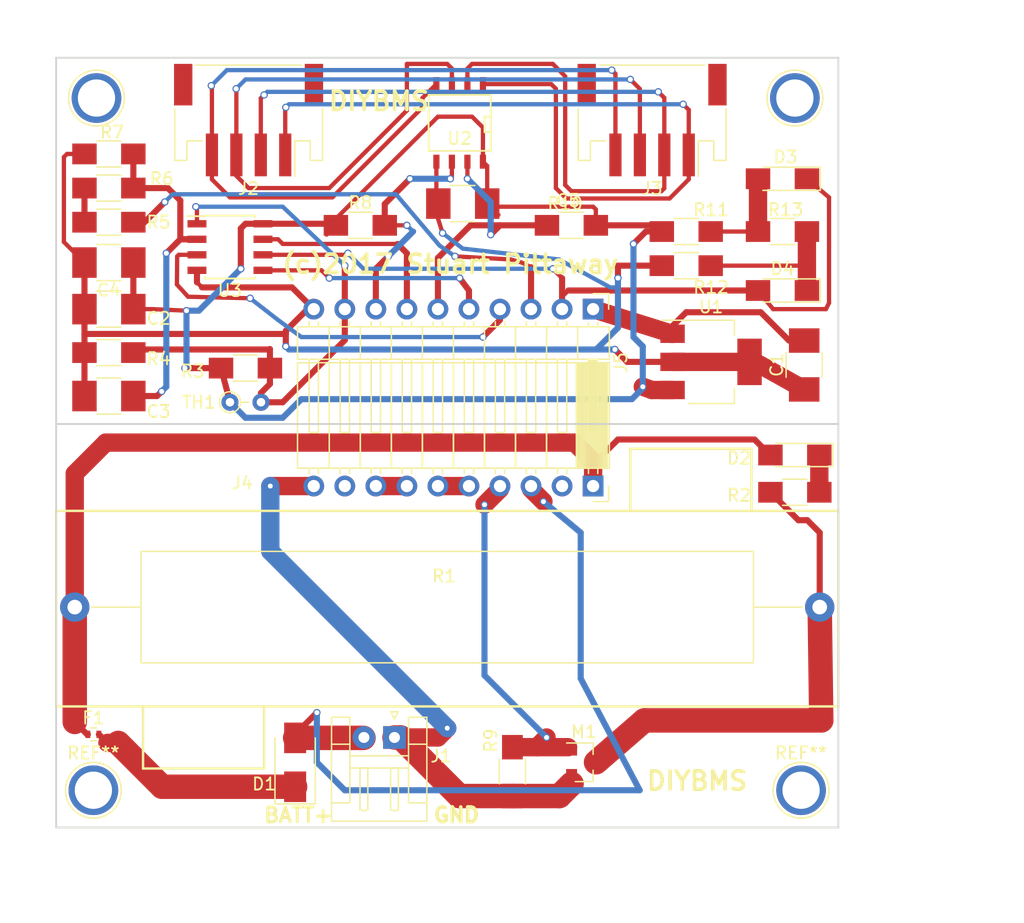
<source format=kicad_pcb>
(kicad_pcb (version 4) (host pcbnew 4.0.7)

  (general
    (links 71)
    (no_connects 0)
    (area 100.183429 51.562 187.936 128.938001)
    (thickness 1.6)
    (drawings 25)
    (tracks 358)
    (zones 0)
    (modules 37)
    (nets 29)
  )

  (page A4)
  (layers
    (0 F.Cu signal)
    (31 B.Cu signal)
    (33 F.Adhes user)
    (35 F.Paste user)
    (37 F.SilkS user)
    (39 F.Mask user)
    (40 Dwgs.User user)
    (41 Cmts.User user)
    (42 Eco1.User user)
    (43 Eco2.User user)
    (44 Edge.Cuts user)
    (45 Margin user)
    (47 F.CrtYd user)
    (49 F.Fab user)
  )

  (setup
    (last_trace_width 0.5)
    (user_trace_width 0.5)
    (user_trace_width 1.5)
    (user_trace_width 2)
    (user_trace_width 2.2)
    (trace_clearance 0.25)
    (zone_clearance 0.508)
    (zone_45_only no)
    (trace_min 0.3)
    (segment_width 0.2)
    (edge_width 0.15)
    (via_size 0.6)
    (via_drill 0.4)
    (via_min_size 0.4)
    (via_min_drill 0.3)
    (uvia_size 0.3)
    (uvia_drill 0.1)
    (uvias_allowed no)
    (uvia_min_size 0.2)
    (uvia_min_drill 0.1)
    (pcb_text_width 0.3)
    (pcb_text_size 1.5 1.5)
    (mod_edge_width 0.15)
    (mod_text_size 1 1)
    (mod_text_width 0.15)
    (pad_size 1.524 1.524)
    (pad_drill 0.762)
    (pad_to_mask_clearance 0.2)
    (aux_axis_origin 48.768 182.372)
    (visible_elements 7FFFFFFF)
    (pcbplotparams
      (layerselection 0x01020_80000001)
      (usegerberextensions false)
      (excludeedgelayer true)
      (linewidth 0.100000)
      (plotframeref false)
      (viasonmask false)
      (mode 1)
      (useauxorigin false)
      (hpglpennumber 1)
      (hpglpenspeed 20)
      (hpglpendiameter 15)
      (hpglpenoverlay 2)
      (psnegative false)
      (psa4output false)
      (plotreference true)
      (plotvalue true)
      (plotinvisibletext false)
      (padsonsilk false)
      (subtractmaskfromsilk false)
      (outputformat 4)
      (mirror false)
      (drillshape 0)
      (scaleselection 1)
      (outputdirectory ""))
  )

  (net 0 "")
  (net 1 GND)
  (net 2 BATT+)
  (net 3 3V3)
  (net 4 "Net-(D1-Pad1)")
  (net 5 "Net-(D2-Pad1)")
  (net 6 "Net-(D3-Pad1)")
  (net 7 "Net-(D4-Pad1)")
  (net 8 BATT+RAW)
  (net 9 "Net-(M1-Pad3)")
  (net 10 "Net-(C3-Pad1)")
  (net 11 "Net-(D3-Pad2)")
  (net 12 "Net-(J2-Pad1)")
  (net 13 "Net-(J2-Pad2)")
  (net 14 "Net-(J2-Pad3)")
  (net 15 "Net-(J2-Pad4)")
  (net 16 "Net-(R5-Pad2)")
  (net 17 GND2)
  (net 18 "Net-(C1-Pad2)")
  (net 19 "Net-(J4-Pad4)")
  (net 20 "Net-(J4-Pad5)")
  (net 21 "Net-(J4-Pad7)")
  (net 22 "Net-(J5-Pad3)")
  (net 23 "Net-(J5-Pad4)")
  (net 24 "Net-(J5-Pad5)")
  (net 25 "Net-(J5-Pad6)")
  (net 26 "Net-(J5-Pad7)")
  (net 27 "Net-(J5-Pad8)")
  (net 28 "Net-(J5-Pad9)")

  (net_class Default "This is the default net class."
    (clearance 0.25)
    (trace_width 0.35)
    (via_dia 0.6)
    (via_drill 0.4)
    (uvia_dia 0.3)
    (uvia_drill 0.1)
    (add_net 3V3)
    (add_net BATT+)
    (add_net BATT+RAW)
    (add_net GND)
    (add_net GND2)
    (add_net "Net-(C1-Pad2)")
    (add_net "Net-(C3-Pad1)")
    (add_net "Net-(D1-Pad1)")
    (add_net "Net-(D2-Pad1)")
    (add_net "Net-(D3-Pad1)")
    (add_net "Net-(D3-Pad2)")
    (add_net "Net-(D4-Pad1)")
    (add_net "Net-(J2-Pad1)")
    (add_net "Net-(J2-Pad2)")
    (add_net "Net-(J2-Pad3)")
    (add_net "Net-(J2-Pad4)")
    (add_net "Net-(J4-Pad4)")
    (add_net "Net-(J4-Pad5)")
    (add_net "Net-(J4-Pad7)")
    (add_net "Net-(J5-Pad3)")
    (add_net "Net-(J5-Pad4)")
    (add_net "Net-(J5-Pad5)")
    (add_net "Net-(J5-Pad6)")
    (add_net "Net-(J5-Pad7)")
    (add_net "Net-(J5-Pad8)")
    (add_net "Net-(J5-Pad9)")
    (add_net "Net-(M1-Pad3)")
    (add_net "Net-(R5-Pad2)")
  )

  (module Connectors:1pin (layer F.Cu) (tedit 5861332C) (tstamp 5A0A250D)
    (at 165.862 116.078)
    (descr "module 1 pin (ou trou mecanique de percage)")
    (tags DEV)
    (fp_text reference REF** (at 0 -3.048) (layer F.SilkS)
      (effects (font (size 1 1) (thickness 0.15)))
    )
    (fp_text value 1pin (at 0 3) (layer F.Fab)
      (effects (font (size 1 1) (thickness 0.15)))
    )
    (fp_circle (center 0 0) (end 2 0.8) (layer F.Fab) (width 0.1))
    (fp_circle (center 0 0) (end 2.6 0) (layer F.CrtYd) (width 0.05))
    (fp_circle (center 0 0) (end 0 -2.286) (layer F.SilkS) (width 0.12))
    (pad 1 thru_hole circle (at 0 0) (size 4.064 4.064) (drill 3.048) (layers *.Cu *.Mask))
  )

  (module Connectors:1pin (layer F.Cu) (tedit 5861332C) (tstamp 5A0A2489)
    (at 107.95 116.078)
    (descr "module 1 pin (ou trou mecanique de percage)")
    (tags DEV)
    (fp_text reference REF** (at 0 -3.048) (layer F.SilkS)
      (effects (font (size 1 1) (thickness 0.15)))
    )
    (fp_text value 1pin (at 0 3) (layer F.Fab)
      (effects (font (size 1 1) (thickness 0.15)))
    )
    (fp_circle (center 0 0) (end 2 0.8) (layer F.Fab) (width 0.1))
    (fp_circle (center 0 0) (end 2.6 0) (layer F.CrtYd) (width 0.05))
    (fp_circle (center 0 0) (end 0 -2.286) (layer F.SilkS) (width 0.12))
    (pad 1 thru_hole circle (at 0 0) (size 4.064 4.064) (drill 3.048) (layers *.Cu *.Mask))
  )

  (module Connectors:1pin (layer F.Cu) (tedit 5A0A25B2) (tstamp 5A0A2467)
    (at 108.204 59.436)
    (descr "module 1 pin (ou trou mecanique de percage)")
    (tags DEV)
    (fp_text reference "" (at 0 -3.048) (layer F.SilkS)
      (effects (font (size 1 1) (thickness 0.15)))
    )
    (fp_text value 1pin (at 0 3) (layer F.Fab)
      (effects (font (size 1 1) (thickness 0.15)))
    )
    (fp_circle (center 0 0) (end 2 0.8) (layer F.Fab) (width 0.1))
    (fp_circle (center 0 0) (end 2.6 0) (layer F.CrtYd) (width 0.05))
    (fp_circle (center 0 0) (end 0 -2.286) (layer F.SilkS) (width 0.12))
    (pad 1 thru_hole circle (at 0 0) (size 4.064 4.064) (drill 3.048) (layers *.Cu *.Mask))
  )

  (module Capacitors_SMD:C_1210_HandSoldering placed (layer F.Cu) (tedit 58AA84FB) (tstamp 5A0216AE)
    (at 166.116 81.28 90)
    (descr "Capacitor SMD 1210, hand soldering")
    (tags "capacitor 1210")
    (path /5A00C037)
    (attr smd)
    (fp_text reference C1 (at 0 -2.25 90) (layer F.SilkS)
      (effects (font (size 1 1) (thickness 0.15)))
    )
    (fp_text value 1uF (at 0 2.5 90) (layer F.Fab)
      (effects (font (size 1 1) (thickness 0.15)))
    )
    (fp_text user %R (at 0 -2.25 90) (layer F.Fab)
      (effects (font (size 1 1) (thickness 0.15)))
    )
    (fp_line (start -1.6 1.25) (end -1.6 -1.25) (layer F.Fab) (width 0.1))
    (fp_line (start 1.6 1.25) (end -1.6 1.25) (layer F.Fab) (width 0.1))
    (fp_line (start 1.6 -1.25) (end 1.6 1.25) (layer F.Fab) (width 0.1))
    (fp_line (start -1.6 -1.25) (end 1.6 -1.25) (layer F.Fab) (width 0.1))
    (fp_line (start 1 -1.48) (end -1 -1.48) (layer F.SilkS) (width 0.12))
    (fp_line (start -1 1.48) (end 1 1.48) (layer F.SilkS) (width 0.12))
    (fp_line (start -3.25 -1.5) (end 3.25 -1.5) (layer F.CrtYd) (width 0.05))
    (fp_line (start -3.25 -1.5) (end -3.25 1.5) (layer F.CrtYd) (width 0.05))
    (fp_line (start 3.25 1.5) (end 3.25 -1.5) (layer F.CrtYd) (width 0.05))
    (fp_line (start 3.25 1.5) (end -3.25 1.5) (layer F.CrtYd) (width 0.05))
    (pad 1 smd rect (at -2 0 90) (size 2 2.5) (layers F.Cu F.Paste F.Mask)
      (net 17 GND2))
    (pad 2 smd rect (at 2 0 90) (size 2 2.5) (layers F.Cu F.Paste F.Mask)
      (net 18 "Net-(C1-Pad2)"))
    (model Capacitors_SMD.3dshapes/C_1210.wrl
      (at (xyz 0 0 0))
      (scale (xyz 1 1 1))
      (rotate (xyz 0 0 0))
    )
  )

  (module Capacitors_SMD:C_1210_HandSoldering placed (layer F.Cu) (tedit 5A0A2121) (tstamp 5A0216B4)
    (at 109.22 76.708)
    (descr "Capacitor SMD 1210, hand soldering")
    (tags "capacitor 1210")
    (path /5A00BF06)
    (attr smd)
    (fp_text reference C2 (at 4.064 0.762) (layer F.SilkS)
      (effects (font (size 1 1) (thickness 0.15)))
    )
    (fp_text value 1uF (at 5.08 0) (layer F.Fab)
      (effects (font (size 1 1) (thickness 0.15)))
    )
    (fp_text user %R (at 4.572 1.524) (layer F.Fab)
      (effects (font (size 1 1) (thickness 0.15)))
    )
    (fp_line (start -1.6 1.25) (end -1.6 -1.25) (layer F.Fab) (width 0.1))
    (fp_line (start 1.6 1.25) (end -1.6 1.25) (layer F.Fab) (width 0.1))
    (fp_line (start 1.6 -1.25) (end 1.6 1.25) (layer F.Fab) (width 0.1))
    (fp_line (start -1.6 -1.25) (end 1.6 -1.25) (layer F.Fab) (width 0.1))
    (fp_line (start 1 -1.48) (end -1 -1.48) (layer F.SilkS) (width 0.12))
    (fp_line (start -1 1.48) (end 1 1.48) (layer F.SilkS) (width 0.12))
    (fp_line (start -3.25 -1.5) (end 3.25 -1.5) (layer F.CrtYd) (width 0.05))
    (fp_line (start -3.25 -1.5) (end -3.25 1.5) (layer F.CrtYd) (width 0.05))
    (fp_line (start 3.25 1.5) (end 3.25 -1.5) (layer F.CrtYd) (width 0.05))
    (fp_line (start 3.25 1.5) (end -3.25 1.5) (layer F.CrtYd) (width 0.05))
    (pad 1 smd rect (at -2 0) (size 2 2.5) (layers F.Cu F.Paste F.Mask)
      (net 17 GND2))
    (pad 2 smd rect (at 2 0) (size 2 2.5) (layers F.Cu F.Paste F.Mask)
      (net 3 3V3))
    (model Capacitors_SMD.3dshapes/C_1210.wrl
      (at (xyz 0 0 0))
      (scale (xyz 1 1 1))
      (rotate (xyz 0 0 0))
    )
  )

  (module Capacitors_SMD:C_1210_HandSoldering placed (layer F.Cu) (tedit 5A0A2111) (tstamp 5A0216BA)
    (at 109.22 83.82 180)
    (descr "Capacitor SMD 1210, hand soldering")
    (tags "capacitor 1210")
    (path /5A00FCB1)
    (attr smd)
    (fp_text reference C3 (at -4.064 -1.27 180) (layer F.SilkS)
      (effects (font (size 1 1) (thickness 0.15)))
    )
    (fp_text value 0.1uF (at 0 2.5 180) (layer F.Fab)
      (effects (font (size 1 1) (thickness 0.15)))
    )
    (fp_text user %R (at 2.794 -1.524 180) (layer F.Fab)
      (effects (font (size 1 1) (thickness 0.15)))
    )
    (fp_line (start -1.6 1.25) (end -1.6 -1.25) (layer F.Fab) (width 0.1))
    (fp_line (start 1.6 1.25) (end -1.6 1.25) (layer F.Fab) (width 0.1))
    (fp_line (start 1.6 -1.25) (end 1.6 1.25) (layer F.Fab) (width 0.1))
    (fp_line (start -1.6 -1.25) (end 1.6 -1.25) (layer F.Fab) (width 0.1))
    (fp_line (start 1 -1.48) (end -1 -1.48) (layer F.SilkS) (width 0.12))
    (fp_line (start -1 1.48) (end 1 1.48) (layer F.SilkS) (width 0.12))
    (fp_line (start -3.25 -1.5) (end 3.25 -1.5) (layer F.CrtYd) (width 0.05))
    (fp_line (start -3.25 -1.5) (end -3.25 1.5) (layer F.CrtYd) (width 0.05))
    (fp_line (start 3.25 1.5) (end 3.25 -1.5) (layer F.CrtYd) (width 0.05))
    (fp_line (start 3.25 1.5) (end -3.25 1.5) (layer F.CrtYd) (width 0.05))
    (pad 1 smd rect (at -2 0 180) (size 2 2.5) (layers F.Cu F.Paste F.Mask)
      (net 10 "Net-(C3-Pad1)"))
    (pad 2 smd rect (at 2 0 180) (size 2 2.5) (layers F.Cu F.Paste F.Mask)
      (net 17 GND2))
    (model Capacitors_SMD.3dshapes/C_1210.wrl
      (at (xyz 0 0 0))
      (scale (xyz 1 1 1))
      (rotate (xyz 0 0 0))
    )
  )

  (module Capacitors_SMD:C_1210_HandSoldering placed (layer F.Cu) (tedit 58AA84FB) (tstamp 5A0216C0)
    (at 109.22 72.898 180)
    (descr "Capacitor SMD 1210, hand soldering")
    (tags "capacitor 1210")
    (path /5A00D03A)
    (attr smd)
    (fp_text reference C4 (at 0 -2.25 180) (layer F.SilkS)
      (effects (font (size 1 1) (thickness 0.15)))
    )
    (fp_text value 0.1uF (at 0 2.5 180) (layer F.Fab)
      (effects (font (size 1 1) (thickness 0.15)))
    )
    (fp_text user %R (at 0 -2.25 180) (layer F.Fab)
      (effects (font (size 1 1) (thickness 0.15)))
    )
    (fp_line (start -1.6 1.25) (end -1.6 -1.25) (layer F.Fab) (width 0.1))
    (fp_line (start 1.6 1.25) (end -1.6 1.25) (layer F.Fab) (width 0.1))
    (fp_line (start 1.6 -1.25) (end 1.6 1.25) (layer F.Fab) (width 0.1))
    (fp_line (start -1.6 -1.25) (end 1.6 -1.25) (layer F.Fab) (width 0.1))
    (fp_line (start 1 -1.48) (end -1 -1.48) (layer F.SilkS) (width 0.12))
    (fp_line (start -1 1.48) (end 1 1.48) (layer F.SilkS) (width 0.12))
    (fp_line (start -3.25 -1.5) (end 3.25 -1.5) (layer F.CrtYd) (width 0.05))
    (fp_line (start -3.25 -1.5) (end -3.25 1.5) (layer F.CrtYd) (width 0.05))
    (fp_line (start 3.25 1.5) (end 3.25 -1.5) (layer F.CrtYd) (width 0.05))
    (fp_line (start 3.25 1.5) (end -3.25 1.5) (layer F.CrtYd) (width 0.05))
    (pad 1 smd rect (at -2 0 180) (size 2 2.5) (layers F.Cu F.Paste F.Mask)
      (net 3 3V3))
    (pad 2 smd rect (at 2 0 180) (size 2 2.5) (layers F.Cu F.Paste F.Mask)
      (net 17 GND2))
    (model Capacitors_SMD.3dshapes/C_1210.wrl
      (at (xyz 0 0 0))
      (scale (xyz 1 1 1))
      (rotate (xyz 0 0 0))
    )
  )

  (module Capacitors_SMD:C_1210_HandSoldering placed (layer F.Cu) (tedit 5A06E484) (tstamp 5A0216C6)
    (at 138.176 68.072 180)
    (descr "Capacitor SMD 1210, hand soldering")
    (tags "capacitor 1210")
    (path /59FF4558)
    (attr smd)
    (fp_text reference C5 (at -8.636 0.254 180) (layer F.SilkS)
      (effects (font (size 1 1) (thickness 0.15)))
    )
    (fp_text value 0.1uF (at -5.588 0.254 180) (layer F.Fab)
      (effects (font (size 1 1) (thickness 0.15)))
    )
    (fp_text user %R (at -7.62 -4.064 180) (layer F.Fab)
      (effects (font (size 1 1) (thickness 0.15)))
    )
    (fp_line (start -1.6 1.25) (end -1.6 -1.25) (layer F.Fab) (width 0.1))
    (fp_line (start 1.6 1.25) (end -1.6 1.25) (layer F.Fab) (width 0.1))
    (fp_line (start 1.6 -1.25) (end 1.6 1.25) (layer F.Fab) (width 0.1))
    (fp_line (start -1.6 -1.25) (end 1.6 -1.25) (layer F.Fab) (width 0.1))
    (fp_line (start 1 -1.48) (end -1 -1.48) (layer F.SilkS) (width 0.12))
    (fp_line (start -1 1.48) (end 1 1.48) (layer F.SilkS) (width 0.12))
    (fp_line (start -3.25 -1.5) (end 3.25 -1.5) (layer F.CrtYd) (width 0.05))
    (fp_line (start -3.25 -1.5) (end -3.25 1.5) (layer F.CrtYd) (width 0.05))
    (fp_line (start 3.25 1.5) (end 3.25 -1.5) (layer F.CrtYd) (width 0.05))
    (fp_line (start 3.25 1.5) (end -3.25 1.5) (layer F.CrtYd) (width 0.05))
    (pad 1 smd rect (at -2 0 180) (size 2 2.5) (layers F.Cu F.Paste F.Mask)
      (net 3 3V3))
    (pad 2 smd rect (at 2 0 180) (size 2 2.5) (layers F.Cu F.Paste F.Mask)
      (net 17 GND2))
    (model Capacitors_SMD.3dshapes/C_1210.wrl
      (at (xyz 0 0 0))
      (scale (xyz 1 1 1))
      (rotate (xyz 0 0 0))
    )
  )

  (module Connectors_JST:JST_PH_S4B-PH-SM4-TB_04x2.00mm_Angled placed (layer F.Cu) (tedit 5A0A2143) (tstamp 5A0216E6)
    (at 120.65 61.214 180)
    (descr "JST PH series connector, S4B-PH-SM4-TB, side entry type, surface mount, Datasheet: http://www.jst-mfg.com/product/pdf/eng/ePH.pdf")
    (tags "connector jst ph")
    (path /5A01FF38)
    (attr smd)
    (fp_text reference J2 (at 0 -5.625 180) (layer F.SilkS)
      (effects (font (size 1 1) (thickness 0.15)))
    )
    (fp_text value Conn_01x04_Female (at -0.254 6.35 180) (layer F.Fab)
      (effects (font (size 1 1) (thickness 0.15)))
    )
    (fp_line (start -5.15 -1.625) (end -5.15 -3.225) (layer F.Fab) (width 0.1))
    (fp_line (start -5.15 -3.225) (end -5.95 -3.225) (layer F.Fab) (width 0.1))
    (fp_line (start -5.95 -3.225) (end -5.95 4.375) (layer F.Fab) (width 0.1))
    (fp_line (start -5.95 4.375) (end 5.95 4.375) (layer F.Fab) (width 0.1))
    (fp_line (start 5.95 4.375) (end 5.95 -3.225) (layer F.Fab) (width 0.1))
    (fp_line (start 5.95 -3.225) (end 5.15 -3.225) (layer F.Fab) (width 0.1))
    (fp_line (start 5.15 -3.225) (end 5.15 -1.625) (layer F.Fab) (width 0.1))
    (fp_line (start 5.15 -1.625) (end -5.15 -1.625) (layer F.Fab) (width 0.1))
    (fp_line (start -3.775 -1.725) (end -5.05 -1.725) (layer F.SilkS) (width 0.12))
    (fp_line (start -5.05 -1.725) (end -5.05 -3.325) (layer F.SilkS) (width 0.12))
    (fp_line (start -5.05 -3.325) (end -6.05 -3.325) (layer F.SilkS) (width 0.12))
    (fp_line (start -6.05 -3.325) (end -6.05 0.9) (layer F.SilkS) (width 0.12))
    (fp_line (start 6.05 0.9) (end 6.05 -3.325) (layer F.SilkS) (width 0.12))
    (fp_line (start 6.05 -3.325) (end 5.05 -3.325) (layer F.SilkS) (width 0.12))
    (fp_line (start 5.05 -3.325) (end 5.05 -1.725) (layer F.SilkS) (width 0.12))
    (fp_line (start 5.05 -1.725) (end 3.775 -1.725) (layer F.SilkS) (width 0.12))
    (fp_line (start -4.325 4.475) (end 4.325 4.475) (layer F.SilkS) (width 0.12))
    (fp_line (start -3.775 -1.725) (end -3.775 -4.625) (layer F.SilkS) (width 0.12))
    (fp_line (start -4 -1.625) (end -3 -0.625) (layer F.Fab) (width 0.1))
    (fp_line (start -3 -0.625) (end -2 -1.625) (layer F.Fab) (width 0.1))
    (fp_line (start -6.6 -5.13) (end -6.6 5.07) (layer F.CrtYd) (width 0.05))
    (fp_line (start -6.6 5.07) (end 6.6 5.07) (layer F.CrtYd) (width 0.05))
    (fp_line (start 6.6 5.07) (end 6.6 -5.13) (layer F.CrtYd) (width 0.05))
    (fp_line (start 6.6 -5.13) (end -6.6 -5.13) (layer F.CrtYd) (width 0.05))
    (fp_text user %R (at 0 1.5 180) (layer F.Fab)
      (effects (font (size 1 1) (thickness 0.15)))
    )
    (pad 1 smd rect (at -3 -2.875 180) (size 1 3.5) (layers F.Cu F.Paste F.Mask)
      (net 12 "Net-(J2-Pad1)"))
    (pad 2 smd rect (at -1 -2.875 180) (size 1 3.5) (layers F.Cu F.Paste F.Mask)
      (net 13 "Net-(J2-Pad2)"))
    (pad 3 smd rect (at 1 -2.875 180) (size 1 3.5) (layers F.Cu F.Paste F.Mask)
      (net 14 "Net-(J2-Pad3)"))
    (pad 4 smd rect (at 3 -2.875 180) (size 1 3.5) (layers F.Cu F.Paste F.Mask)
      (net 15 "Net-(J2-Pad4)"))
    (pad "" smd rect (at -5.35 2.875 180) (size 1.5 3.4) (layers F.Cu F.Paste F.Mask))
    (pad "" smd rect (at 5.35 2.875 180) (size 1.5 3.4) (layers F.Cu F.Paste F.Mask))
    (model ${KISYS3DMOD}/Connectors_JST.3dshapes/JST_PH_S4B-PH-SM4-TB_04x2.00mm_Angled.wrl
      (at (xyz 0 0 0))
      (scale (xyz 1 1 1))
      (rotate (xyz 0 0 0))
    )
  )

  (module Resistors_SMD:R_1206_HandSoldering placed (layer F.Cu) (tedit 5A0A04D0) (tstamp 5A0216F8)
    (at 165.354 91.694)
    (descr "Resistor SMD 1206, hand soldering")
    (tags "resistor 1206")
    (path /5A03CB73)
    (attr smd)
    (fp_text reference R2 (at -4.572 0.254) (layer F.SilkS)
      (effects (font (size 1 1) (thickness 0.15)))
    )
    (fp_text value 47R (at -1.016 2.032) (layer F.Fab)
      (effects (font (size 1 1) (thickness 0.15)))
    )
    (fp_text user %R (at 0 0) (layer F.Fab)
      (effects (font (size 0.7 0.7) (thickness 0.105)))
    )
    (fp_line (start -1.6 0.8) (end -1.6 -0.8) (layer F.Fab) (width 0.1))
    (fp_line (start 1.6 0.8) (end -1.6 0.8) (layer F.Fab) (width 0.1))
    (fp_line (start 1.6 -0.8) (end 1.6 0.8) (layer F.Fab) (width 0.1))
    (fp_line (start -1.6 -0.8) (end 1.6 -0.8) (layer F.Fab) (width 0.1))
    (fp_line (start 1 1.07) (end -1 1.07) (layer F.SilkS) (width 0.12))
    (fp_line (start -1 -1.07) (end 1 -1.07) (layer F.SilkS) (width 0.12))
    (fp_line (start -3.25 -1.11) (end 3.25 -1.11) (layer F.CrtYd) (width 0.05))
    (fp_line (start -3.25 -1.11) (end -3.25 1.1) (layer F.CrtYd) (width 0.05))
    (fp_line (start 3.25 1.1) (end 3.25 -1.11) (layer F.CrtYd) (width 0.05))
    (fp_line (start 3.25 1.1) (end -3.25 1.1) (layer F.CrtYd) (width 0.05))
    (pad 1 smd rect (at -2 0) (size 2 1.7) (layers F.Cu F.Paste F.Mask)
      (net 9 "Net-(M1-Pad3)"))
    (pad 2 smd rect (at 2 0) (size 2 1.7) (layers F.Cu F.Paste F.Mask)
      (net 5 "Net-(D2-Pad1)"))
    (model ${KISYS3DMOD}/Resistors_SMD.3dshapes/R_1206.wrl
      (at (xyz 0 0 0))
      (scale (xyz 1 1 1))
      (rotate (xyz 0 0 0))
    )
  )

  (module Resistors_SMD:R_1206_HandSoldering placed (layer F.Cu) (tedit 5A0A20F3) (tstamp 5A0216FE)
    (at 120.396 81.534)
    (descr "Resistor SMD 1206, hand soldering")
    (tags "resistor 1206")
    (path /5A00CE37)
    (attr smd)
    (fp_text reference R3 (at -4.318 0.254) (layer F.SilkS)
      (effects (font (size 1 1) (thickness 0.15)))
    )
    (fp_text value 20K (at -4.826 0) (layer F.Fab)
      (effects (font (size 1 1) (thickness 0.15)))
    )
    (fp_text user %R (at 0 0) (layer F.Fab)
      (effects (font (size 0.7 0.7) (thickness 0.105)))
    )
    (fp_line (start -1.6 0.8) (end -1.6 -0.8) (layer F.Fab) (width 0.1))
    (fp_line (start 1.6 0.8) (end -1.6 0.8) (layer F.Fab) (width 0.1))
    (fp_line (start 1.6 -0.8) (end 1.6 0.8) (layer F.Fab) (width 0.1))
    (fp_line (start -1.6 -0.8) (end 1.6 -0.8) (layer F.Fab) (width 0.1))
    (fp_line (start 1 1.07) (end -1 1.07) (layer F.SilkS) (width 0.12))
    (fp_line (start -1 -1.07) (end 1 -1.07) (layer F.SilkS) (width 0.12))
    (fp_line (start -3.25 -1.11) (end 3.25 -1.11) (layer F.CrtYd) (width 0.05))
    (fp_line (start -3.25 -1.11) (end -3.25 1.1) (layer F.CrtYd) (width 0.05))
    (fp_line (start 3.25 1.1) (end 3.25 -1.11) (layer F.CrtYd) (width 0.05))
    (fp_line (start 3.25 1.1) (end -3.25 1.1) (layer F.CrtYd) (width 0.05))
    (pad 1 smd rect (at -2 0) (size 2 1.7) (layers F.Cu F.Paste F.Mask)
      (net 3 3V3))
    (pad 2 smd rect (at 2 0) (size 2 1.7) (layers F.Cu F.Paste F.Mask)
      (net 28 "Net-(J5-Pad9)"))
    (model ${KISYS3DMOD}/Resistors_SMD.3dshapes/R_1206.wrl
      (at (xyz 0 0 0))
      (scale (xyz 1 1 1))
      (rotate (xyz 0 0 0))
    )
  )

  (module Resistors_SMD:R_1206_HandSoldering placed (layer F.Cu) (tedit 5A0A2119) (tstamp 5A021704)
    (at 109.22 80.264 180)
    (descr "Resistor SMD 1206, hand soldering")
    (tags "resistor 1206")
    (path /5A01584D)
    (attr smd)
    (fp_text reference R4 (at -4.064 -0.508 180) (layer F.SilkS)
      (effects (font (size 1 1) (thickness 0.15)))
    )
    (fp_text value 10K (at 4.572 0 180) (layer F.Fab)
      (effects (font (size 1 1) (thickness 0.15)))
    )
    (fp_text user %R (at 0 0 180) (layer F.Fab)
      (effects (font (size 0.7 0.7) (thickness 0.105)))
    )
    (fp_line (start -1.6 0.8) (end -1.6 -0.8) (layer F.Fab) (width 0.1))
    (fp_line (start 1.6 0.8) (end -1.6 0.8) (layer F.Fab) (width 0.1))
    (fp_line (start 1.6 -0.8) (end 1.6 0.8) (layer F.Fab) (width 0.1))
    (fp_line (start -1.6 -0.8) (end 1.6 -0.8) (layer F.Fab) (width 0.1))
    (fp_line (start 1 1.07) (end -1 1.07) (layer F.SilkS) (width 0.12))
    (fp_line (start -1 -1.07) (end 1 -1.07) (layer F.SilkS) (width 0.12))
    (fp_line (start -3.25 -1.11) (end 3.25 -1.11) (layer F.CrtYd) (width 0.05))
    (fp_line (start -3.25 -1.11) (end -3.25 1.1) (layer F.CrtYd) (width 0.05))
    (fp_line (start 3.25 1.1) (end 3.25 -1.11) (layer F.CrtYd) (width 0.05))
    (fp_line (start 3.25 1.1) (end -3.25 1.1) (layer F.CrtYd) (width 0.05))
    (pad 1 smd rect (at -2 0 180) (size 2 1.7) (layers F.Cu F.Paste F.Mask)
      (net 28 "Net-(J5-Pad9)"))
    (pad 2 smd rect (at 2 0 180) (size 2 1.7) (layers F.Cu F.Paste F.Mask)
      (net 17 GND2))
    (model ${KISYS3DMOD}/Resistors_SMD.3dshapes/R_1206.wrl
      (at (xyz 0 0 0))
      (scale (xyz 1 1 1))
      (rotate (xyz 0 0 0))
    )
  )

  (module Resistors_SMD:R_1206_HandSoldering placed (layer F.Cu) (tedit 5A0A2125) (tstamp 5A02170A)
    (at 109.22 69.596 180)
    (descr "Resistor SMD 1206, hand soldering")
    (tags "resistor 1206")
    (path /5A011F78)
    (attr smd)
    (fp_text reference R5 (at -4.064 0 180) (layer F.SilkS)
      (effects (font (size 1 1) (thickness 0.15)))
    )
    (fp_text value 47K (at 6.35 -0.254 180) (layer F.Fab)
      (effects (font (size 1 1) (thickness 0.15)))
    )
    (fp_text user %R (at 0 0 180) (layer F.Fab)
      (effects (font (size 0.7 0.7) (thickness 0.105)))
    )
    (fp_line (start -1.6 0.8) (end -1.6 -0.8) (layer F.Fab) (width 0.1))
    (fp_line (start 1.6 0.8) (end -1.6 0.8) (layer F.Fab) (width 0.1))
    (fp_line (start 1.6 -0.8) (end 1.6 0.8) (layer F.Fab) (width 0.1))
    (fp_line (start -1.6 -0.8) (end 1.6 -0.8) (layer F.Fab) (width 0.1))
    (fp_line (start 1 1.07) (end -1 1.07) (layer F.SilkS) (width 0.12))
    (fp_line (start -1 -1.07) (end 1 -1.07) (layer F.SilkS) (width 0.12))
    (fp_line (start -3.25 -1.11) (end 3.25 -1.11) (layer F.CrtYd) (width 0.05))
    (fp_line (start -3.25 -1.11) (end -3.25 1.1) (layer F.CrtYd) (width 0.05))
    (fp_line (start 3.25 1.1) (end 3.25 -1.11) (layer F.CrtYd) (width 0.05))
    (fp_line (start 3.25 1.1) (end -3.25 1.1) (layer F.CrtYd) (width 0.05))
    (pad 1 smd rect (at -2 0 180) (size 2 1.7) (layers F.Cu F.Paste F.Mask)
      (net 22 "Net-(J5-Pad3)"))
    (pad 2 smd rect (at 2 0 180) (size 2 1.7) (layers F.Cu F.Paste F.Mask)
      (net 16 "Net-(R5-Pad2)"))
    (model ${KISYS3DMOD}/Resistors_SMD.3dshapes/R_1206.wrl
      (at (xyz 0 0 0))
      (scale (xyz 1 1 1))
      (rotate (xyz 0 0 0))
    )
  )

  (module Resistors_SMD:R_1206_HandSoldering placed (layer F.Cu) (tedit 5A0A2132) (tstamp 5A021710)
    (at 109.22 66.802)
    (descr "Resistor SMD 1206, hand soldering")
    (tags "resistor 1206")
    (path /5A01000D)
    (attr smd)
    (fp_text reference R6 (at 4.318 -0.762) (layer F.SilkS)
      (effects (font (size 1 1) (thickness 0.15)))
    )
    (fp_text value 470K (at -6.858 0) (layer F.Fab)
      (effects (font (size 1 1) (thickness 0.15)))
    )
    (fp_text user %R (at 0 0) (layer F.Fab)
      (effects (font (size 0.7 0.7) (thickness 0.105)))
    )
    (fp_line (start -1.6 0.8) (end -1.6 -0.8) (layer F.Fab) (width 0.1))
    (fp_line (start 1.6 0.8) (end -1.6 0.8) (layer F.Fab) (width 0.1))
    (fp_line (start 1.6 -0.8) (end 1.6 0.8) (layer F.Fab) (width 0.1))
    (fp_line (start -1.6 -0.8) (end 1.6 -0.8) (layer F.Fab) (width 0.1))
    (fp_line (start 1 1.07) (end -1 1.07) (layer F.SilkS) (width 0.12))
    (fp_line (start -1 -1.07) (end 1 -1.07) (layer F.SilkS) (width 0.12))
    (fp_line (start -3.25 -1.11) (end 3.25 -1.11) (layer F.CrtYd) (width 0.05))
    (fp_line (start -3.25 -1.11) (end -3.25 1.1) (layer F.CrtYd) (width 0.05))
    (fp_line (start 3.25 1.1) (end 3.25 -1.11) (layer F.CrtYd) (width 0.05))
    (fp_line (start 3.25 1.1) (end -3.25 1.1) (layer F.CrtYd) (width 0.05))
    (pad 1 smd rect (at -2 0) (size 2 1.7) (layers F.Cu F.Paste F.Mask)
      (net 16 "Net-(R5-Pad2)"))
    (pad 2 smd rect (at 2 0) (size 2 1.7) (layers F.Cu F.Paste F.Mask)
      (net 10 "Net-(C3-Pad1)"))
    (model ${KISYS3DMOD}/Resistors_SMD.3dshapes/R_1206.wrl
      (at (xyz 0 0 0))
      (scale (xyz 1 1 1))
      (rotate (xyz 0 0 0))
    )
  )

  (module Resistors_SMD:R_1206_HandSoldering placed (layer F.Cu) (tedit 5A0A2129) (tstamp 5A021716)
    (at 109.22 64.008 180)
    (descr "Resistor SMD 1206, hand soldering")
    (tags "resistor 1206")
    (path /5A00FE4C)
    (attr smd)
    (fp_text reference R7 (at -0.254 1.778 180) (layer F.SilkS)
      (effects (font (size 1 1) (thickness 0.15)))
    )
    (fp_text value 680K (at 6.604 0 180) (layer F.Fab)
      (effects (font (size 1 1) (thickness 0.15)))
    )
    (fp_text user %R (at 0 0 180) (layer F.Fab)
      (effects (font (size 0.7 0.7) (thickness 0.105)))
    )
    (fp_line (start -1.6 0.8) (end -1.6 -0.8) (layer F.Fab) (width 0.1))
    (fp_line (start 1.6 0.8) (end -1.6 0.8) (layer F.Fab) (width 0.1))
    (fp_line (start 1.6 -0.8) (end 1.6 0.8) (layer F.Fab) (width 0.1))
    (fp_line (start -1.6 -0.8) (end 1.6 -0.8) (layer F.Fab) (width 0.1))
    (fp_line (start 1 1.07) (end -1 1.07) (layer F.SilkS) (width 0.12))
    (fp_line (start -1 -1.07) (end 1 -1.07) (layer F.SilkS) (width 0.12))
    (fp_line (start -3.25 -1.11) (end 3.25 -1.11) (layer F.CrtYd) (width 0.05))
    (fp_line (start -3.25 -1.11) (end -3.25 1.1) (layer F.CrtYd) (width 0.05))
    (fp_line (start 3.25 1.1) (end 3.25 -1.11) (layer F.CrtYd) (width 0.05))
    (fp_line (start 3.25 1.1) (end -3.25 1.1) (layer F.CrtYd) (width 0.05))
    (pad 1 smd rect (at -2 0 180) (size 2 1.7) (layers F.Cu F.Paste F.Mask)
      (net 10 "Net-(C3-Pad1)"))
    (pad 2 smd rect (at 2 0 180) (size 2 1.7) (layers F.Cu F.Paste F.Mask)
      (net 17 GND2))
    (model ${KISYS3DMOD}/Resistors_SMD.3dshapes/R_1206.wrl
      (at (xyz 0 0 0))
      (scale (xyz 1 1 1))
      (rotate (xyz 0 0 0))
    )
  )

  (module Resistors_SMD:R_1206_HandSoldering placed (layer F.Cu) (tedit 5A06E46B) (tstamp 5A02171C)
    (at 129.794 69.85)
    (descr "Resistor SMD 1206, hand soldering")
    (tags "resistor 1206")
    (path /5A00CA2C)
    (attr smd)
    (fp_text reference R8 (at 0 -1.85) (layer F.SilkS)
      (effects (font (size 1 1) (thickness 0.15)))
    )
    (fp_text value 2K2 (at -5.08 0) (layer F.Fab)
      (effects (font (size 1 1) (thickness 0.15)))
    )
    (fp_text user %R (at 0 0) (layer F.Fab)
      (effects (font (size 0.7 0.7) (thickness 0.105)))
    )
    (fp_line (start -1.6 0.8) (end -1.6 -0.8) (layer F.Fab) (width 0.1))
    (fp_line (start 1.6 0.8) (end -1.6 0.8) (layer F.Fab) (width 0.1))
    (fp_line (start 1.6 -0.8) (end 1.6 0.8) (layer F.Fab) (width 0.1))
    (fp_line (start -1.6 -0.8) (end 1.6 -0.8) (layer F.Fab) (width 0.1))
    (fp_line (start 1 1.07) (end -1 1.07) (layer F.SilkS) (width 0.12))
    (fp_line (start -1 -1.07) (end 1 -1.07) (layer F.SilkS) (width 0.12))
    (fp_line (start -3.25 -1.11) (end 3.25 -1.11) (layer F.CrtYd) (width 0.05))
    (fp_line (start -3.25 -1.11) (end -3.25 1.1) (layer F.CrtYd) (width 0.05))
    (fp_line (start 3.25 1.1) (end 3.25 -1.11) (layer F.CrtYd) (width 0.05))
    (fp_line (start 3.25 1.1) (end -3.25 1.1) (layer F.CrtYd) (width 0.05))
    (pad 1 smd rect (at -2 0) (size 2 1.7) (layers F.Cu F.Paste F.Mask)
      (net 3 3V3))
    (pad 2 smd rect (at 2 0) (size 2 1.7) (layers F.Cu F.Paste F.Mask)
      (net 27 "Net-(J5-Pad8)"))
    (model ${KISYS3DMOD}/Resistors_SMD.3dshapes/R_1206.wrl
      (at (xyz 0 0 0))
      (scale (xyz 1 1 1))
      (rotate (xyz 0 0 0))
    )
  )

  (module Resistors_SMD:R_1206_HandSoldering placed (layer F.Cu) (tedit 5A0A0568) (tstamp 5A021722)
    (at 142.24 114.554 270)
    (descr "Resistor SMD 1206, hand soldering")
    (tags "resistor 1206")
    (path /5A035629)
    (attr smd)
    (fp_text reference R9 (at -2.54 1.778 270) (layer F.SilkS)
      (effects (font (size 1 1) (thickness 0.15)))
    )
    (fp_text value 47K (at -5.334 -1.524 270) (layer F.Fab)
      (effects (font (size 1 1) (thickness 0.15)))
    )
    (fp_text user %R (at 0 0 360) (layer F.Fab)
      (effects (font (size 0.7 0.7) (thickness 0.105)))
    )
    (fp_line (start -1.6 0.8) (end -1.6 -0.8) (layer F.Fab) (width 0.1))
    (fp_line (start 1.6 0.8) (end -1.6 0.8) (layer F.Fab) (width 0.1))
    (fp_line (start 1.6 -0.8) (end 1.6 0.8) (layer F.Fab) (width 0.1))
    (fp_line (start -1.6 -0.8) (end 1.6 -0.8) (layer F.Fab) (width 0.1))
    (fp_line (start 1 1.07) (end -1 1.07) (layer F.SilkS) (width 0.12))
    (fp_line (start -1 -1.07) (end 1 -1.07) (layer F.SilkS) (width 0.12))
    (fp_line (start -3.25 -1.11) (end 3.25 -1.11) (layer F.CrtYd) (width 0.05))
    (fp_line (start -3.25 -1.11) (end -3.25 1.1) (layer F.CrtYd) (width 0.05))
    (fp_line (start 3.25 1.1) (end 3.25 -1.11) (layer F.CrtYd) (width 0.05))
    (fp_line (start 3.25 1.1) (end -3.25 1.1) (layer F.CrtYd) (width 0.05))
    (pad 1 smd rect (at -2 0 270) (size 2 1.7) (layers F.Cu F.Paste F.Mask)
      (net 19 "Net-(J4-Pad4)"))
    (pad 2 smd rect (at 2 0 270) (size 2 1.7) (layers F.Cu F.Paste F.Mask)
      (net 1 GND))
    (model ${KISYS3DMOD}/Resistors_SMD.3dshapes/R_1206.wrl
      (at (xyz 0 0 0))
      (scale (xyz 1 1 1))
      (rotate (xyz 0 0 0))
    )
  )

  (module Resistors_SMD:R_1206_HandSoldering placed (layer F.Cu) (tedit 5A0A22DA) (tstamp 5A021728)
    (at 147.066 69.85)
    (descr "Resistor SMD 1206, hand soldering")
    (tags "resistor 1206")
    (path /5A00CEAB)
    (attr smd)
    (fp_text reference R10 (at -0.508 -1.778) (layer F.SilkS)
      (effects (font (size 1 1) (thickness 0.15)))
    )
    (fp_text value 2K2 (at 0.762 1.778) (layer F.Fab)
      (effects (font (size 1 1) (thickness 0.15)))
    )
    (fp_text user %R (at 0 0) (layer F.Fab)
      (effects (font (size 0.7 0.7) (thickness 0.105)))
    )
    (fp_line (start -1.6 0.8) (end -1.6 -0.8) (layer F.Fab) (width 0.1))
    (fp_line (start 1.6 0.8) (end -1.6 0.8) (layer F.Fab) (width 0.1))
    (fp_line (start 1.6 -0.8) (end 1.6 0.8) (layer F.Fab) (width 0.1))
    (fp_line (start -1.6 -0.8) (end 1.6 -0.8) (layer F.Fab) (width 0.1))
    (fp_line (start 1 1.07) (end -1 1.07) (layer F.SilkS) (width 0.12))
    (fp_line (start -1 -1.07) (end 1 -1.07) (layer F.SilkS) (width 0.12))
    (fp_line (start -3.25 -1.11) (end 3.25 -1.11) (layer F.CrtYd) (width 0.05))
    (fp_line (start -3.25 -1.11) (end -3.25 1.1) (layer F.CrtYd) (width 0.05))
    (fp_line (start 3.25 1.1) (end 3.25 -1.11) (layer F.CrtYd) (width 0.05))
    (fp_line (start 3.25 1.1) (end -3.25 1.1) (layer F.CrtYd) (width 0.05))
    (pad 1 smd rect (at -2 0) (size 2 1.7) (layers F.Cu F.Paste F.Mask)
      (net 25 "Net-(J5-Pad6)"))
    (pad 2 smd rect (at 2 0) (size 2 1.7) (layers F.Cu F.Paste F.Mask)
      (net 3 3V3))
    (model ${KISYS3DMOD}/Resistors_SMD.3dshapes/R_1206.wrl
      (at (xyz 0 0 0))
      (scale (xyz 1 1 1))
      (rotate (xyz 0 0 0))
    )
  )

  (module TO_SOT_Packages_SMD:SOT-223-3_TabPin2 placed (layer F.Cu) (tedit 5A0A2154) (tstamp 5A021736)
    (at 158.496 81.026)
    (descr "module CMS SOT223 4 pins")
    (tags "CMS SOT")
    (path /59FF3BBA)
    (attr smd)
    (fp_text reference U1 (at 0 -4.5) (layer F.SilkS)
      (effects (font (size 1 1) (thickness 0.15)))
    )
    (fp_text value MCP1703A-3302_SOT223 (at 5.08 4.318) (layer F.Fab)
      (effects (font (size 1 1) (thickness 0.15)))
    )
    (fp_text user %R (at 0 0 90) (layer F.Fab)
      (effects (font (size 0.8 0.8) (thickness 0.12)))
    )
    (fp_line (start 1.91 3.41) (end 1.91 2.15) (layer F.SilkS) (width 0.12))
    (fp_line (start 1.91 -3.41) (end 1.91 -2.15) (layer F.SilkS) (width 0.12))
    (fp_line (start 4.4 -3.6) (end -4.4 -3.6) (layer F.CrtYd) (width 0.05))
    (fp_line (start 4.4 3.6) (end 4.4 -3.6) (layer F.CrtYd) (width 0.05))
    (fp_line (start -4.4 3.6) (end 4.4 3.6) (layer F.CrtYd) (width 0.05))
    (fp_line (start -4.4 -3.6) (end -4.4 3.6) (layer F.CrtYd) (width 0.05))
    (fp_line (start -1.85 -2.35) (end -0.85 -3.35) (layer F.Fab) (width 0.1))
    (fp_line (start -1.85 -2.35) (end -1.85 3.35) (layer F.Fab) (width 0.1))
    (fp_line (start -1.85 3.41) (end 1.91 3.41) (layer F.SilkS) (width 0.12))
    (fp_line (start -0.85 -3.35) (end 1.85 -3.35) (layer F.Fab) (width 0.1))
    (fp_line (start -4.1 -3.41) (end 1.91 -3.41) (layer F.SilkS) (width 0.12))
    (fp_line (start -1.85 3.35) (end 1.85 3.35) (layer F.Fab) (width 0.1))
    (fp_line (start 1.85 -3.35) (end 1.85 3.35) (layer F.Fab) (width 0.1))
    (pad 2 smd rect (at 3.15 0) (size 2 3.8) (layers F.Cu F.Paste F.Mask)
      (net 17 GND2))
    (pad 2 smd rect (at -3.15 0) (size 2 1.5) (layers F.Cu F.Paste F.Mask)
      (net 17 GND2))
    (pad 3 smd rect (at -3.15 2.3) (size 2 1.5) (layers F.Cu F.Paste F.Mask)
      (net 3 3V3))
    (pad 1 smd rect (at -3.15 -2.3) (size 2 1.5) (layers F.Cu F.Paste F.Mask)
      (net 18 "Net-(C1-Pad2)"))
    (model ${KISYS3DMOD}/TO_SOT_Packages_SMD.3dshapes/SOT-223.wrl
      (at (xyz 0 0 0))
      (scale (xyz 1 1 1))
      (rotate (xyz 0 0 0))
    )
  )

  (module Housings_SOIC:SOIC-8_3.9x4.9mm_Pitch1.27mm placed (layer F.Cu) (tedit 5A0A213D) (tstamp 5A02174E)
    (at 119.126 71.628)
    (descr "8-Lead Plastic Small Outline (SN) - Narrow, 3.90 mm Body [SOIC] (see Microchip Packaging Specification 00000049BS.pdf)")
    (tags "SOIC 1.27")
    (path /59FF3B15)
    (attr smd)
    (fp_text reference U3 (at 0 3.556) (layer F.SilkS)
      (effects (font (size 1 1) (thickness 0.15)))
    )
    (fp_text value ATTINY85-20SU (at 0.762 4.572) (layer F.Fab)
      (effects (font (size 1 1) (thickness 0.15)))
    )
    (fp_text user %R (at 0 0) (layer F.Fab)
      (effects (font (size 1 1) (thickness 0.15)))
    )
    (fp_line (start -0.95 -2.45) (end 1.95 -2.45) (layer F.Fab) (width 0.1))
    (fp_line (start 1.95 -2.45) (end 1.95 2.45) (layer F.Fab) (width 0.1))
    (fp_line (start 1.95 2.45) (end -1.95 2.45) (layer F.Fab) (width 0.1))
    (fp_line (start -1.95 2.45) (end -1.95 -1.45) (layer F.Fab) (width 0.1))
    (fp_line (start -1.95 -1.45) (end -0.95 -2.45) (layer F.Fab) (width 0.1))
    (fp_line (start -3.73 -2.7) (end -3.73 2.7) (layer F.CrtYd) (width 0.05))
    (fp_line (start 3.73 -2.7) (end 3.73 2.7) (layer F.CrtYd) (width 0.05))
    (fp_line (start -3.73 -2.7) (end 3.73 -2.7) (layer F.CrtYd) (width 0.05))
    (fp_line (start -3.73 2.7) (end 3.73 2.7) (layer F.CrtYd) (width 0.05))
    (fp_line (start -2.075 -2.575) (end -2.075 -2.525) (layer F.SilkS) (width 0.15))
    (fp_line (start 2.075 -2.575) (end 2.075 -2.43) (layer F.SilkS) (width 0.15))
    (fp_line (start 2.075 2.575) (end 2.075 2.43) (layer F.SilkS) (width 0.15))
    (fp_line (start -2.075 2.575) (end -2.075 2.43) (layer F.SilkS) (width 0.15))
    (fp_line (start -2.075 -2.575) (end 2.075 -2.575) (layer F.SilkS) (width 0.15))
    (fp_line (start -2.075 2.575) (end 2.075 2.575) (layer F.SilkS) (width 0.15))
    (fp_line (start -2.075 -2.525) (end -3.475 -2.525) (layer F.SilkS) (width 0.15))
    (pad 1 smd rect (at -2.7 -1.905) (size 1.55 0.6) (layers F.Cu F.Paste F.Mask)
      (net 28 "Net-(J5-Pad9)"))
    (pad 2 smd rect (at -2.7 -0.635) (size 1.55 0.6) (layers F.Cu F.Paste F.Mask)
      (net 10 "Net-(C3-Pad1)"))
    (pad 3 smd rect (at -2.7 0.635) (size 1.55 0.6) (layers F.Cu F.Paste F.Mask)
      (net 23 "Net-(J5-Pad4)"))
    (pad 4 smd rect (at -2.7 1.905) (size 1.55 0.6) (layers F.Cu F.Paste F.Mask)
      (net 17 GND2))
    (pad 5 smd rect (at 2.7 1.905) (size 1.55 0.6) (layers F.Cu F.Paste F.Mask)
      (net 24 "Net-(J5-Pad5)"))
    (pad 6 smd rect (at 2.7 0.635) (size 1.55 0.6) (layers F.Cu F.Paste F.Mask)
      (net 6 "Net-(D3-Pad1)"))
    (pad 7 smd rect (at 2.7 -0.635) (size 1.55 0.6) (layers F.Cu F.Paste F.Mask)
      (net 26 "Net-(J5-Pad7)"))
    (pad 8 smd rect (at 2.7 -1.905) (size 1.55 0.6) (layers F.Cu F.Paste F.Mask)
      (net 3 3V3))
    (model ${KISYS3DMOD}/Housings_SOIC.3dshapes/SOIC-8_3.9x4.9mm_Pitch1.27mm.wrl
      (at (xyz 0 0 0))
      (scale (xyz 1 1 1))
      (rotate (xyz 0 0 0))
    )
  )

  (module Resistors_SMD:R_0402 (layer F.Cu) (tedit 5A0A24E1) (tstamp 5A037108)
    (at 107.95 111.506)
    (descr "Resistor SMD 0402, reflow soldering, Vishay (see dcrcw.pdf)")
    (tags "resistor 0402")
    (path /5A047495)
    (attr smd)
    (fp_text reference F1 (at 0 -1.35) (layer F.SilkS)
      (effects (font (size 1 1) (thickness 0.15)))
    )
    (fp_text value Fuse (at 2.413 -1.27) (layer F.Fab)
      (effects (font (size 1 1) (thickness 0.15)))
    )
    (fp_text user %R (at 0 -1.35) (layer F.Fab)
      (effects (font (size 1 1) (thickness 0.15)))
    )
    (fp_line (start -0.5 0.25) (end -0.5 -0.25) (layer F.Fab) (width 0.1))
    (fp_line (start 0.5 0.25) (end -0.5 0.25) (layer F.Fab) (width 0.1))
    (fp_line (start 0.5 -0.25) (end 0.5 0.25) (layer F.Fab) (width 0.1))
    (fp_line (start -0.5 -0.25) (end 0.5 -0.25) (layer F.Fab) (width 0.1))
    (fp_line (start 0.25 -0.53) (end -0.25 -0.53) (layer F.SilkS) (width 0.12))
    (fp_line (start -0.25 0.53) (end 0.25 0.53) (layer F.SilkS) (width 0.12))
    (fp_line (start -0.8 -0.45) (end 0.8 -0.45) (layer F.CrtYd) (width 0.05))
    (fp_line (start -0.8 -0.45) (end -0.8 0.45) (layer F.CrtYd) (width 0.05))
    (fp_line (start 0.8 0.45) (end 0.8 -0.45) (layer F.CrtYd) (width 0.05))
    (fp_line (start 0.8 0.45) (end -0.8 0.45) (layer F.CrtYd) (width 0.05))
    (pad 1 smd rect (at -0.45 0) (size 0.4 0.6) (layers F.Cu F.Paste F.Mask)
      (net 2 BATT+))
    (pad 2 smd rect (at 0.45 0) (size 0.4 0.6) (layers F.Cu F.Paste F.Mask)
      (net 4 "Net-(D1-Pad1)"))
    (model ${KISYS3DMOD}/Resistors_SMD.3dshapes/R_0402.wrl
      (at (xyz 0 0 0))
      (scale (xyz 1 1 1))
      (rotate (xyz 0 0 0))
    )
  )

  (module TO_SOT_Packages_SMD:SOT-23 (layer F.Cu) (tedit 5A08A78E) (tstamp 5A03710F)
    (at 148.082 113.792)
    (descr "SOT-23, Standard")
    (tags SOT-23)
    (path /5A035C8B)
    (attr smd)
    (fp_text reference M1 (at 0 -2.5) (layer F.SilkS)
      (effects (font (size 1 1) (thickness 0.15)))
    )
    (fp_text value SI2312BDS-T1-E3 (at 3.302 -0.254 90) (layer F.Fab)
      (effects (font (size 1 1) (thickness 0.15)))
    )
    (fp_text user %R (at 0 0 270) (layer F.Fab)
      (effects (font (size 0.5 0.5) (thickness 0.075)))
    )
    (fp_line (start -0.7 -0.95) (end -0.7 1.5) (layer F.Fab) (width 0.1))
    (fp_line (start -0.15 -1.52) (end 0.7 -1.52) (layer F.Fab) (width 0.1))
    (fp_line (start -0.7 -0.95) (end -0.15 -1.52) (layer F.Fab) (width 0.1))
    (fp_line (start 0.7 -1.52) (end 0.7 1.52) (layer F.Fab) (width 0.1))
    (fp_line (start -0.7 1.52) (end 0.7 1.52) (layer F.Fab) (width 0.1))
    (fp_line (start 0.76 1.58) (end 0.76 0.65) (layer F.SilkS) (width 0.12))
    (fp_line (start 0.76 -1.58) (end 0.76 -0.65) (layer F.SilkS) (width 0.12))
    (fp_line (start -1.7 -1.75) (end 1.7 -1.75) (layer F.CrtYd) (width 0.05))
    (fp_line (start 1.7 -1.75) (end 1.7 1.75) (layer F.CrtYd) (width 0.05))
    (fp_line (start 1.7 1.75) (end -1.7 1.75) (layer F.CrtYd) (width 0.05))
    (fp_line (start -1.7 1.75) (end -1.7 -1.75) (layer F.CrtYd) (width 0.05))
    (fp_line (start 0.76 -1.58) (end -1.4 -1.58) (layer F.SilkS) (width 0.12))
    (fp_line (start 0.76 1.58) (end -0.7 1.58) (layer F.SilkS) (width 0.12))
    (pad 1 smd rect (at -1 -0.95) (size 0.9 0.8) (layers F.Cu F.Paste F.Mask)
      (net 19 "Net-(J4-Pad4)"))
    (pad 2 smd rect (at -1 0.95) (size 0.9 0.8) (layers F.Cu F.Paste F.Mask)
      (net 1 GND))
    (pad 3 smd rect (at 1 0) (size 0.9 0.8) (layers F.Cu F.Paste F.Mask)
      (net 9 "Net-(M1-Pad3)"))
    (model ${KISYS3DMOD}/TO_SOT_Packages_SMD.3dshapes/SOT-23.wrl
      (at (xyz 0 0 0))
      (scale (xyz 1 1 1))
      (rotate (xyz 0 0 0))
    )
  )

  (module Resistors_SMD:R_1206_HandSoldering placed (layer F.Cu) (tedit 5A0A22DD) (tstamp 5A037115)
    (at 156.464 70.358)
    (descr "Resistor SMD 1206, hand soldering")
    (tags "resistor 1206")
    (path /5A017F96)
    (attr smd)
    (fp_text reference R11 (at 2.032 -1.778) (layer F.SilkS)
      (effects (font (size 1 1) (thickness 0.15)))
    )
    (fp_text value 510R (at -1.27 -1.778) (layer F.Fab)
      (effects (font (size 1 1) (thickness 0.15)))
    )
    (fp_text user %R (at 0 0) (layer F.Fab)
      (effects (font (size 0.7 0.7) (thickness 0.105)))
    )
    (fp_line (start -1.6 0.8) (end -1.6 -0.8) (layer F.Fab) (width 0.1))
    (fp_line (start 1.6 0.8) (end -1.6 0.8) (layer F.Fab) (width 0.1))
    (fp_line (start 1.6 -0.8) (end 1.6 0.8) (layer F.Fab) (width 0.1))
    (fp_line (start -1.6 -0.8) (end 1.6 -0.8) (layer F.Fab) (width 0.1))
    (fp_line (start 1 1.07) (end -1 1.07) (layer F.SilkS) (width 0.12))
    (fp_line (start -1 -1.07) (end 1 -1.07) (layer F.SilkS) (width 0.12))
    (fp_line (start -3.25 -1.11) (end 3.25 -1.11) (layer F.CrtYd) (width 0.05))
    (fp_line (start -3.25 -1.11) (end -3.25 1.1) (layer F.CrtYd) (width 0.05))
    (fp_line (start 3.25 1.1) (end 3.25 -1.11) (layer F.CrtYd) (width 0.05))
    (fp_line (start 3.25 1.1) (end -3.25 1.1) (layer F.CrtYd) (width 0.05))
    (pad 1 smd rect (at -2 0) (size 2 1.7) (layers F.Cu F.Paste F.Mask)
      (net 3 3V3))
    (pad 2 smd rect (at 2 0) (size 2 1.7) (layers F.Cu F.Paste F.Mask)
      (net 11 "Net-(D3-Pad2)"))
    (model ${KISYS3DMOD}/Resistors_SMD.3dshapes/R_1206.wrl
      (at (xyz 0 0 0))
      (scale (xyz 1 1 1))
      (rotate (xyz 0 0 0))
    )
  )

  (module SMD_Packages:SOIC-8-N (layer F.Cu) (tedit 5A0A182B) (tstamp 5A044A92)
    (at 137.922 61.468 180)
    (descr "Module Narrow CMS SOJ 8 pins large")
    (tags "CMS SOJ")
    (path /5A00B074)
    (attr smd)
    (fp_text reference U2 (at 0 -1.27 180) (layer F.SilkS)
      (effects (font (size 1 1) (thickness 0.15)))
    )
    (fp_text value ADUM1250ARZ (at -3.81 -0.508 270) (layer F.Fab)
      (effects (font (size 1 1) (thickness 0.15)))
    )
    (fp_line (start -2.54 -2.286) (end 2.54 -2.286) (layer F.SilkS) (width 0.15))
    (fp_line (start 2.54 -2.286) (end 2.54 2.286) (layer F.SilkS) (width 0.15))
    (fp_line (start 2.54 2.286) (end -2.54 2.286) (layer F.SilkS) (width 0.15))
    (fp_line (start -2.54 2.286) (end -2.54 -2.286) (layer F.SilkS) (width 0.15))
    (fp_line (start -2.54 -0.762) (end -2.032 -0.762) (layer F.SilkS) (width 0.15))
    (fp_line (start -2.032 -0.762) (end -2.032 0.508) (layer F.SilkS) (width 0.15))
    (fp_line (start -2.032 0.508) (end -2.54 0.508) (layer F.SilkS) (width 0.15))
    (pad 8 smd rect (at -1.905 -3.175 180) (size 0.508 1.143) (layers F.Cu F.Paste F.Mask)
      (net 3 3V3))
    (pad 7 smd rect (at -0.635 -3.175 180) (size 0.508 1.143) (layers F.Cu F.Paste F.Mask)
      (net 25 "Net-(J5-Pad6)"))
    (pad 6 smd rect (at 0.635 -3.175 180) (size 0.508 1.143) (layers F.Cu F.Paste F.Mask)
      (net 27 "Net-(J5-Pad8)"))
    (pad 5 smd rect (at 1.905 -3.175 180) (size 0.508 1.143) (layers F.Cu F.Paste F.Mask)
      (net 17 GND2))
    (pad 4 smd rect (at 1.905 3.175 180) (size 0.508 1.143) (layers F.Cu F.Paste F.Mask)
      (net 15 "Net-(J2-Pad4)"))
    (pad 3 smd rect (at 0.635 3.175 180) (size 0.508 1.143) (layers F.Cu F.Paste F.Mask)
      (net 14 "Net-(J2-Pad3)"))
    (pad 2 smd rect (at -0.635 3.175 180) (size 0.508 1.143) (layers F.Cu F.Paste F.Mask)
      (net 13 "Net-(J2-Pad2)"))
    (pad 1 smd rect (at -1.905 3.175 180) (size 0.508 1.143) (layers F.Cu F.Paste F.Mask)
      (net 12 "Net-(J2-Pad1)"))
    (model SMD_Packages.3dshapes/SOIC-8-N.wrl
      (at (xyz 0 0 0))
      (scale (xyz 0.5 0.38 0.5))
      (rotate (xyz 0 0 0))
    )
  )

  (module Connectors_JST:JST_PH_S4B-PH-SM4-TB_04x2.00mm_Angled (layer F.Cu) (tedit 5A0A2145) (tstamp 5A04A82B)
    (at 153.67 61.214 180)
    (descr "JST PH series connector, S4B-PH-SM4-TB, side entry type, surface mount, Datasheet: http://www.jst-mfg.com/product/pdf/eng/ePH.pdf")
    (tags "connector jst ph")
    (path /5A021351)
    (attr smd)
    (fp_text reference J3 (at 0 -5.625 180) (layer F.SilkS)
      (effects (font (size 1 1) (thickness 0.15)))
    )
    (fp_text value Conn_01x04_Female (at 0 6.35 180) (layer F.Fab)
      (effects (font (size 1 1) (thickness 0.15)))
    )
    (fp_line (start -5.15 -1.625) (end -5.15 -3.225) (layer F.Fab) (width 0.1))
    (fp_line (start -5.15 -3.225) (end -5.95 -3.225) (layer F.Fab) (width 0.1))
    (fp_line (start -5.95 -3.225) (end -5.95 4.375) (layer F.Fab) (width 0.1))
    (fp_line (start -5.95 4.375) (end 5.95 4.375) (layer F.Fab) (width 0.1))
    (fp_line (start 5.95 4.375) (end 5.95 -3.225) (layer F.Fab) (width 0.1))
    (fp_line (start 5.95 -3.225) (end 5.15 -3.225) (layer F.Fab) (width 0.1))
    (fp_line (start 5.15 -3.225) (end 5.15 -1.625) (layer F.Fab) (width 0.1))
    (fp_line (start 5.15 -1.625) (end -5.15 -1.625) (layer F.Fab) (width 0.1))
    (fp_line (start -3.775 -1.725) (end -5.05 -1.725) (layer F.SilkS) (width 0.12))
    (fp_line (start -5.05 -1.725) (end -5.05 -3.325) (layer F.SilkS) (width 0.12))
    (fp_line (start -5.05 -3.325) (end -6.05 -3.325) (layer F.SilkS) (width 0.12))
    (fp_line (start -6.05 -3.325) (end -6.05 0.9) (layer F.SilkS) (width 0.12))
    (fp_line (start 6.05 0.9) (end 6.05 -3.325) (layer F.SilkS) (width 0.12))
    (fp_line (start 6.05 -3.325) (end 5.05 -3.325) (layer F.SilkS) (width 0.12))
    (fp_line (start 5.05 -3.325) (end 5.05 -1.725) (layer F.SilkS) (width 0.12))
    (fp_line (start 5.05 -1.725) (end 3.775 -1.725) (layer F.SilkS) (width 0.12))
    (fp_line (start -4.325 4.475) (end 4.325 4.475) (layer F.SilkS) (width 0.12))
    (fp_line (start -3.775 -1.725) (end -3.775 -4.625) (layer F.SilkS) (width 0.12))
    (fp_line (start -4 -1.625) (end -3 -0.625) (layer F.Fab) (width 0.1))
    (fp_line (start -3 -0.625) (end -2 -1.625) (layer F.Fab) (width 0.1))
    (fp_line (start -6.6 -5.13) (end -6.6 5.07) (layer F.CrtYd) (width 0.05))
    (fp_line (start -6.6 5.07) (end 6.6 5.07) (layer F.CrtYd) (width 0.05))
    (fp_line (start 6.6 5.07) (end 6.6 -5.13) (layer F.CrtYd) (width 0.05))
    (fp_line (start 6.6 -5.13) (end -6.6 -5.13) (layer F.CrtYd) (width 0.05))
    (fp_text user %R (at 0 1.5 180) (layer F.Fab)
      (effects (font (size 1 1) (thickness 0.15)))
    )
    (pad 1 smd rect (at -3 -2.875 180) (size 1 3.5) (layers F.Cu F.Paste F.Mask)
      (net 12 "Net-(J2-Pad1)"))
    (pad 2 smd rect (at -1 -2.875 180) (size 1 3.5) (layers F.Cu F.Paste F.Mask)
      (net 13 "Net-(J2-Pad2)"))
    (pad 3 smd rect (at 1 -2.875 180) (size 1 3.5) (layers F.Cu F.Paste F.Mask)
      (net 14 "Net-(J2-Pad3)"))
    (pad 4 smd rect (at 3 -2.875 180) (size 1 3.5) (layers F.Cu F.Paste F.Mask)
      (net 15 "Net-(J2-Pad4)"))
    (pad "" smd rect (at -5.35 2.875 180) (size 1.5 3.4) (layers F.Cu F.Paste F.Mask))
    (pad "" smd rect (at 5.35 2.875 180) (size 1.5 3.4) (layers F.Cu F.Paste F.Mask))
    (model ${KISYS3DMOD}/Connectors_JST.3dshapes/JST_PH_S4B-PH-SM4-TB_04x2.00mm_Angled.wrl
      (at (xyz 0 0 0))
      (scale (xyz 1 1 1))
      (rotate (xyz 0 0 0))
    )
  )

  (module Resistors_SMD:R_1206_HandSoldering (layer F.Cu) (tedit 5A0A22E0) (tstamp 5A04A839)
    (at 156.464 73.152 180)
    (descr "Resistor SMD 1206, hand soldering")
    (tags "resistor 1206")
    (path /5A017EFB)
    (attr smd)
    (fp_text reference R12 (at -2.032 -1.778 180) (layer F.SilkS)
      (effects (font (size 1 1) (thickness 0.15)))
    )
    (fp_text value 510R (at 1.524 -1.778 180) (layer F.Fab)
      (effects (font (size 1 1) (thickness 0.15)))
    )
    (fp_text user %R (at 0 0 180) (layer F.Fab)
      (effects (font (size 0.7 0.7) (thickness 0.105)))
    )
    (fp_line (start -1.6 0.8) (end -1.6 -0.8) (layer F.Fab) (width 0.1))
    (fp_line (start 1.6 0.8) (end -1.6 0.8) (layer F.Fab) (width 0.1))
    (fp_line (start 1.6 -0.8) (end 1.6 0.8) (layer F.Fab) (width 0.1))
    (fp_line (start -1.6 -0.8) (end 1.6 -0.8) (layer F.Fab) (width 0.1))
    (fp_line (start 1 1.07) (end -1 1.07) (layer F.SilkS) (width 0.12))
    (fp_line (start -1 -1.07) (end 1 -1.07) (layer F.SilkS) (width 0.12))
    (fp_line (start -3.25 -1.11) (end 3.25 -1.11) (layer F.CrtYd) (width 0.05))
    (fp_line (start -3.25 -1.11) (end -3.25 1.1) (layer F.CrtYd) (width 0.05))
    (fp_line (start 3.25 1.1) (end 3.25 -1.11) (layer F.CrtYd) (width 0.05))
    (fp_line (start 3.25 1.1) (end -3.25 1.1) (layer F.CrtYd) (width 0.05))
    (pad 1 smd rect (at -2 0 180) (size 2 1.7) (layers F.Cu F.Paste F.Mask)
      (net 7 "Net-(D4-Pad1)"))
    (pad 2 smd rect (at 2 0 180) (size 2 1.7) (layers F.Cu F.Paste F.Mask)
      (net 17 GND2))
    (model ${KISYS3DMOD}/Resistors_SMD.3dshapes/R_1206.wrl
      (at (xyz 0 0 0))
      (scale (xyz 1 1 1))
      (rotate (xyz 0 0 0))
    )
  )

  (module Resistors_SMD:R_1206_HandSoldering (layer F.Cu) (tedit 5A0A0EF6) (tstamp 5A04A83E)
    (at 164.338 70.358)
    (descr "Resistor SMD 1206, hand soldering")
    (tags "resistor 1206")
    (path /5A018699)
    (attr smd)
    (fp_text reference R13 (at 0.254 -1.778) (layer F.SilkS)
      (effects (font (size 1 1) (thickness 0.15)))
    )
    (fp_text value 2K2 (at 0 1.9) (layer F.Fab)
      (effects (font (size 1 1) (thickness 0.15)))
    )
    (fp_text user %R (at 0 0) (layer F.Fab)
      (effects (font (size 0.7 0.7) (thickness 0.105)))
    )
    (fp_line (start -1.6 0.8) (end -1.6 -0.8) (layer F.Fab) (width 0.1))
    (fp_line (start 1.6 0.8) (end -1.6 0.8) (layer F.Fab) (width 0.1))
    (fp_line (start 1.6 -0.8) (end 1.6 0.8) (layer F.Fab) (width 0.1))
    (fp_line (start -1.6 -0.8) (end 1.6 -0.8) (layer F.Fab) (width 0.1))
    (fp_line (start 1 1.07) (end -1 1.07) (layer F.SilkS) (width 0.12))
    (fp_line (start -1 -1.07) (end 1 -1.07) (layer F.SilkS) (width 0.12))
    (fp_line (start -3.25 -1.11) (end 3.25 -1.11) (layer F.CrtYd) (width 0.05))
    (fp_line (start -3.25 -1.11) (end -3.25 1.1) (layer F.CrtYd) (width 0.05))
    (fp_line (start 3.25 1.1) (end 3.25 -1.11) (layer F.CrtYd) (width 0.05))
    (fp_line (start 3.25 1.1) (end -3.25 1.1) (layer F.CrtYd) (width 0.05))
    (pad 1 smd rect (at -2 0) (size 2 1.7) (layers F.Cu F.Paste F.Mask)
      (net 11 "Net-(D3-Pad2)"))
    (pad 2 smd rect (at 2 0) (size 2 1.7) (layers F.Cu F.Paste F.Mask)
      (net 7 "Net-(D4-Pad1)"))
    (model ${KISYS3DMOD}/Resistors_SMD.3dshapes/R_1206.wrl
      (at (xyz 0 0 0))
      (scale (xyz 1 1 1))
      (rotate (xyz 0 0 0))
    )
  )

  (module Resistors_THT:R_Axial_DIN0204_L3.6mm_D1.6mm_P2.54mm_Vertical (layer F.Cu) (tedit 5A0A0EBB) (tstamp 5A04BB5B)
    (at 119.126 84.328)
    (descr "Resistor, Axial_DIN0204 series, Axial, Vertical, pin pitch=2.54mm, 0.16666666666666666W = 1/6W, length*diameter=3.6*1.6mm^2, http://cdn-reichelt.de/documents/datenblatt/B400/1_4W%23YAG.pdf")
    (tags "Resistor Axial_DIN0204 series Axial Vertical pin pitch 2.54mm 0.16666666666666666W = 1/6W length 3.6mm diameter 1.6mm")
    (path /59FF3A05)
    (fp_text reference TH1 (at -2.54 0) (layer F.SilkS)
      (effects (font (size 1 1) (thickness 0.15)))
    )
    (fp_text value B57891M0103K000 (at 1.27 1.86) (layer F.Fab) hide
      (effects (font (size 1 1) (thickness 0.15)))
    )
    (fp_circle (center 0 0) (end 0.8 0) (layer F.Fab) (width 0.1))
    (fp_circle (center 0 0) (end 0.86 0) (layer F.SilkS) (width 0.12))
    (fp_line (start 0 0) (end 2.54 0) (layer F.Fab) (width 0.1))
    (fp_line (start 0.86 0) (end 1.54 0) (layer F.SilkS) (width 0.12))
    (fp_line (start -1.15 -1.15) (end -1.15 1.15) (layer F.CrtYd) (width 0.05))
    (fp_line (start -1.15 1.15) (end 3.55 1.15) (layer F.CrtYd) (width 0.05))
    (fp_line (start 3.55 1.15) (end 3.55 -1.15) (layer F.CrtYd) (width 0.05))
    (fp_line (start 3.55 -1.15) (end -1.15 -1.15) (layer F.CrtYd) (width 0.05))
    (pad 1 thru_hole circle (at 0 0) (size 1.4 1.4) (drill 0.7) (layers *.Cu *.Mask)
      (net 3 3V3))
    (pad 2 thru_hole oval (at 2.54 0) (size 1.4 1.4) (drill 0.7) (layers *.Cu *.Mask)
      (net 28 "Net-(J5-Pad9)"))
    (model ${KISYS3DMOD}/Resistors_THT.3dshapes/R_Axial_DIN0204_L3.6mm_D1.6mm_P2.54mm_Vertical.wrl
      (at (xyz 0 0 0))
      (scale (xyz 0.393701 0.393701 0.393701))
      (rotate (xyz 0 0 0))
    )
  )

  (module Socket_Strips:Socket_Strip_Angled_1x10_Pitch2.54mm (layer F.Cu) (tedit 5A0A04F9) (tstamp 5A089D27)
    (at 148.844 91.186 270)
    (descr "Through hole angled socket strip, 1x10, 2.54mm pitch, 8.51mm socket length, single row")
    (tags "Through hole angled socket strip THT 1x10 2.54mm single row")
    (path /5A08F09E)
    (fp_text reference J4 (at -0.254 28.702 360) (layer F.SilkS)
      (effects (font (size 1 1) (thickness 0.15)))
    )
    (fp_text value "Conn Female" (at -7.112 11.43 360) (layer F.Fab)
      (effects (font (size 1 1) (thickness 0.15)))
    )
    (fp_line (start -1.52 -1.27) (end -1.52 1.27) (layer F.Fab) (width 0.1))
    (fp_line (start -1.52 1.27) (end -10.03 1.27) (layer F.Fab) (width 0.1))
    (fp_line (start -10.03 1.27) (end -10.03 -1.27) (layer F.Fab) (width 0.1))
    (fp_line (start -10.03 -1.27) (end -1.52 -1.27) (layer F.Fab) (width 0.1))
    (fp_line (start 0 -0.32) (end 0 0.32) (layer F.Fab) (width 0.1))
    (fp_line (start 0 0.32) (end -1.52 0.32) (layer F.Fab) (width 0.1))
    (fp_line (start -1.52 0.32) (end -1.52 -0.32) (layer F.Fab) (width 0.1))
    (fp_line (start -1.52 -0.32) (end 0 -0.32) (layer F.Fab) (width 0.1))
    (fp_line (start -1.52 1.27) (end -1.52 3.81) (layer F.Fab) (width 0.1))
    (fp_line (start -1.52 3.81) (end -10.03 3.81) (layer F.Fab) (width 0.1))
    (fp_line (start -10.03 3.81) (end -10.03 1.27) (layer F.Fab) (width 0.1))
    (fp_line (start -10.03 1.27) (end -1.52 1.27) (layer F.Fab) (width 0.1))
    (fp_line (start 0 2.22) (end 0 2.86) (layer F.Fab) (width 0.1))
    (fp_line (start 0 2.86) (end -1.52 2.86) (layer F.Fab) (width 0.1))
    (fp_line (start -1.52 2.86) (end -1.52 2.22) (layer F.Fab) (width 0.1))
    (fp_line (start -1.52 2.22) (end 0 2.22) (layer F.Fab) (width 0.1))
    (fp_line (start -1.52 3.81) (end -1.52 6.35) (layer F.Fab) (width 0.1))
    (fp_line (start -1.52 6.35) (end -10.03 6.35) (layer F.Fab) (width 0.1))
    (fp_line (start -10.03 6.35) (end -10.03 3.81) (layer F.Fab) (width 0.1))
    (fp_line (start -10.03 3.81) (end -1.52 3.81) (layer F.Fab) (width 0.1))
    (fp_line (start 0 4.76) (end 0 5.4) (layer F.Fab) (width 0.1))
    (fp_line (start 0 5.4) (end -1.52 5.4) (layer F.Fab) (width 0.1))
    (fp_line (start -1.52 5.4) (end -1.52 4.76) (layer F.Fab) (width 0.1))
    (fp_line (start -1.52 4.76) (end 0 4.76) (layer F.Fab) (width 0.1))
    (fp_line (start -1.52 6.35) (end -1.52 8.89) (layer F.Fab) (width 0.1))
    (fp_line (start -1.52 8.89) (end -10.03 8.89) (layer F.Fab) (width 0.1))
    (fp_line (start -10.03 8.89) (end -10.03 6.35) (layer F.Fab) (width 0.1))
    (fp_line (start -10.03 6.35) (end -1.52 6.35) (layer F.Fab) (width 0.1))
    (fp_line (start 0 7.3) (end 0 7.94) (layer F.Fab) (width 0.1))
    (fp_line (start 0 7.94) (end -1.52 7.94) (layer F.Fab) (width 0.1))
    (fp_line (start -1.52 7.94) (end -1.52 7.3) (layer F.Fab) (width 0.1))
    (fp_line (start -1.52 7.3) (end 0 7.3) (layer F.Fab) (width 0.1))
    (fp_line (start -1.52 8.89) (end -1.52 11.43) (layer F.Fab) (width 0.1))
    (fp_line (start -1.52 11.43) (end -10.03 11.43) (layer F.Fab) (width 0.1))
    (fp_line (start -10.03 11.43) (end -10.03 8.89) (layer F.Fab) (width 0.1))
    (fp_line (start -10.03 8.89) (end -1.52 8.89) (layer F.Fab) (width 0.1))
    (fp_line (start 0 9.84) (end 0 10.48) (layer F.Fab) (width 0.1))
    (fp_line (start 0 10.48) (end -1.52 10.48) (layer F.Fab) (width 0.1))
    (fp_line (start -1.52 10.48) (end -1.52 9.84) (layer F.Fab) (width 0.1))
    (fp_line (start -1.52 9.84) (end 0 9.84) (layer F.Fab) (width 0.1))
    (fp_line (start -1.52 11.43) (end -1.52 13.97) (layer F.Fab) (width 0.1))
    (fp_line (start -1.52 13.97) (end -10.03 13.97) (layer F.Fab) (width 0.1))
    (fp_line (start -10.03 13.97) (end -10.03 11.43) (layer F.Fab) (width 0.1))
    (fp_line (start -10.03 11.43) (end -1.52 11.43) (layer F.Fab) (width 0.1))
    (fp_line (start 0 12.38) (end 0 13.02) (layer F.Fab) (width 0.1))
    (fp_line (start 0 13.02) (end -1.52 13.02) (layer F.Fab) (width 0.1))
    (fp_line (start -1.52 13.02) (end -1.52 12.38) (layer F.Fab) (width 0.1))
    (fp_line (start -1.52 12.38) (end 0 12.38) (layer F.Fab) (width 0.1))
    (fp_line (start -1.52 13.97) (end -1.52 16.51) (layer F.Fab) (width 0.1))
    (fp_line (start -1.52 16.51) (end -10.03 16.51) (layer F.Fab) (width 0.1))
    (fp_line (start -10.03 16.51) (end -10.03 13.97) (layer F.Fab) (width 0.1))
    (fp_line (start -10.03 13.97) (end -1.52 13.97) (layer F.Fab) (width 0.1))
    (fp_line (start 0 14.92) (end 0 15.56) (layer F.Fab) (width 0.1))
    (fp_line (start 0 15.56) (end -1.52 15.56) (layer F.Fab) (width 0.1))
    (fp_line (start -1.52 15.56) (end -1.52 14.92) (layer F.Fab) (width 0.1))
    (fp_line (start -1.52 14.92) (end 0 14.92) (layer F.Fab) (width 0.1))
    (fp_line (start -1.52 16.51) (end -1.52 19.05) (layer F.Fab) (width 0.1))
    (fp_line (start -1.52 19.05) (end -10.03 19.05) (layer F.Fab) (width 0.1))
    (fp_line (start -10.03 19.05) (end -10.03 16.51) (layer F.Fab) (width 0.1))
    (fp_line (start -10.03 16.51) (end -1.52 16.51) (layer F.Fab) (width 0.1))
    (fp_line (start 0 17.46) (end 0 18.1) (layer F.Fab) (width 0.1))
    (fp_line (start 0 18.1) (end -1.52 18.1) (layer F.Fab) (width 0.1))
    (fp_line (start -1.52 18.1) (end -1.52 17.46) (layer F.Fab) (width 0.1))
    (fp_line (start -1.52 17.46) (end 0 17.46) (layer F.Fab) (width 0.1))
    (fp_line (start -1.52 19.05) (end -1.52 21.59) (layer F.Fab) (width 0.1))
    (fp_line (start -1.52 21.59) (end -10.03 21.59) (layer F.Fab) (width 0.1))
    (fp_line (start -10.03 21.59) (end -10.03 19.05) (layer F.Fab) (width 0.1))
    (fp_line (start -10.03 19.05) (end -1.52 19.05) (layer F.Fab) (width 0.1))
    (fp_line (start 0 20) (end 0 20.64) (layer F.Fab) (width 0.1))
    (fp_line (start 0 20.64) (end -1.52 20.64) (layer F.Fab) (width 0.1))
    (fp_line (start -1.52 20.64) (end -1.52 20) (layer F.Fab) (width 0.1))
    (fp_line (start -1.52 20) (end 0 20) (layer F.Fab) (width 0.1))
    (fp_line (start -1.52 21.59) (end -1.52 24.13) (layer F.Fab) (width 0.1))
    (fp_line (start -1.52 24.13) (end -10.03 24.13) (layer F.Fab) (width 0.1))
    (fp_line (start -10.03 24.13) (end -10.03 21.59) (layer F.Fab) (width 0.1))
    (fp_line (start -10.03 21.59) (end -1.52 21.59) (layer F.Fab) (width 0.1))
    (fp_line (start 0 22.54) (end 0 23.18) (layer F.Fab) (width 0.1))
    (fp_line (start 0 23.18) (end -1.52 23.18) (layer F.Fab) (width 0.1))
    (fp_line (start -1.52 23.18) (end -1.52 22.54) (layer F.Fab) (width 0.1))
    (fp_line (start -1.52 22.54) (end 0 22.54) (layer F.Fab) (width 0.1))
    (fp_line (start -1.46 -1.33) (end -1.46 1.27) (layer F.SilkS) (width 0.12))
    (fp_line (start -1.46 1.27) (end -10.09 1.27) (layer F.SilkS) (width 0.12))
    (fp_line (start -10.09 1.27) (end -10.09 -1.33) (layer F.SilkS) (width 0.12))
    (fp_line (start -10.09 -1.33) (end -1.46 -1.33) (layer F.SilkS) (width 0.12))
    (fp_line (start -1.03 -0.38) (end -1.46 -0.38) (layer F.SilkS) (width 0.12))
    (fp_line (start -1.03 0.38) (end -1.46 0.38) (layer F.SilkS) (width 0.12))
    (fp_line (start -1.46 -1.15) (end -10.09 -1.15) (layer F.SilkS) (width 0.12))
    (fp_line (start -1.46 -1.03) (end -10.09 -1.03) (layer F.SilkS) (width 0.12))
    (fp_line (start -1.46 -0.91) (end -10.09 -0.91) (layer F.SilkS) (width 0.12))
    (fp_line (start -1.46 -0.79) (end -10.09 -0.79) (layer F.SilkS) (width 0.12))
    (fp_line (start -1.46 -0.67) (end -10.09 -0.67) (layer F.SilkS) (width 0.12))
    (fp_line (start -1.46 -0.55) (end -10.09 -0.55) (layer F.SilkS) (width 0.12))
    (fp_line (start -1.46 -0.43) (end -10.09 -0.43) (layer F.SilkS) (width 0.12))
    (fp_line (start -1.46 -0.31) (end -10.09 -0.31) (layer F.SilkS) (width 0.12))
    (fp_line (start -1.46 -0.19) (end -10.09 -0.19) (layer F.SilkS) (width 0.12))
    (fp_line (start -1.46 -0.07) (end -10.09 -0.07) (layer F.SilkS) (width 0.12))
    (fp_line (start -1.46 0.05) (end -10.09 0.05) (layer F.SilkS) (width 0.12))
    (fp_line (start -1.46 0.17) (end -10.09 0.17) (layer F.SilkS) (width 0.12))
    (fp_line (start -1.46 0.29) (end -10.09 0.29) (layer F.SilkS) (width 0.12))
    (fp_line (start -1.46 0.41) (end -10.09 0.41) (layer F.SilkS) (width 0.12))
    (fp_line (start -1.46 0.53) (end -10.09 0.53) (layer F.SilkS) (width 0.12))
    (fp_line (start -1.46 0.65) (end -10.09 0.65) (layer F.SilkS) (width 0.12))
    (fp_line (start -1.46 0.77) (end -10.09 0.77) (layer F.SilkS) (width 0.12))
    (fp_line (start -1.46 0.89) (end -10.09 0.89) (layer F.SilkS) (width 0.12))
    (fp_line (start -1.46 1.01) (end -10.09 1.01) (layer F.SilkS) (width 0.12))
    (fp_line (start -1.46 1.13) (end -10.09 1.13) (layer F.SilkS) (width 0.12))
    (fp_line (start -1.46 1.25) (end -10.09 1.25) (layer F.SilkS) (width 0.12))
    (fp_line (start -1.46 1.37) (end -10.09 1.37) (layer F.SilkS) (width 0.12))
    (fp_line (start -1.46 1.27) (end -1.46 3.81) (layer F.SilkS) (width 0.12))
    (fp_line (start -1.46 3.81) (end -10.09 3.81) (layer F.SilkS) (width 0.12))
    (fp_line (start -10.09 3.81) (end -10.09 1.27) (layer F.SilkS) (width 0.12))
    (fp_line (start -10.09 1.27) (end -1.46 1.27) (layer F.SilkS) (width 0.12))
    (fp_line (start -1.03 2.16) (end -1.46 2.16) (layer F.SilkS) (width 0.12))
    (fp_line (start -1.03 2.92) (end -1.46 2.92) (layer F.SilkS) (width 0.12))
    (fp_line (start -1.46 3.81) (end -1.46 6.35) (layer F.SilkS) (width 0.12))
    (fp_line (start -1.46 6.35) (end -10.09 6.35) (layer F.SilkS) (width 0.12))
    (fp_line (start -10.09 6.35) (end -10.09 3.81) (layer F.SilkS) (width 0.12))
    (fp_line (start -10.09 3.81) (end -1.46 3.81) (layer F.SilkS) (width 0.12))
    (fp_line (start -1.03 4.7) (end -1.46 4.7) (layer F.SilkS) (width 0.12))
    (fp_line (start -1.03 5.46) (end -1.46 5.46) (layer F.SilkS) (width 0.12))
    (fp_line (start -1.46 6.35) (end -1.46 8.89) (layer F.SilkS) (width 0.12))
    (fp_line (start -1.46 8.89) (end -10.09 8.89) (layer F.SilkS) (width 0.12))
    (fp_line (start -10.09 8.89) (end -10.09 6.35) (layer F.SilkS) (width 0.12))
    (fp_line (start -10.09 6.35) (end -1.46 6.35) (layer F.SilkS) (width 0.12))
    (fp_line (start -1.03 7.24) (end -1.46 7.24) (layer F.SilkS) (width 0.12))
    (fp_line (start -1.03 8) (end -1.46 8) (layer F.SilkS) (width 0.12))
    (fp_line (start -1.46 8.89) (end -1.46 11.43) (layer F.SilkS) (width 0.12))
    (fp_line (start -1.46 11.43) (end -10.09 11.43) (layer F.SilkS) (width 0.12))
    (fp_line (start -10.09 11.43) (end -10.09 8.89) (layer F.SilkS) (width 0.12))
    (fp_line (start -10.09 8.89) (end -1.46 8.89) (layer F.SilkS) (width 0.12))
    (fp_line (start -1.03 9.78) (end -1.46 9.78) (layer F.SilkS) (width 0.12))
    (fp_line (start -1.03 10.54) (end -1.46 10.54) (layer F.SilkS) (width 0.12))
    (fp_line (start -1.46 11.43) (end -1.46 13.97) (layer F.SilkS) (width 0.12))
    (fp_line (start -1.46 13.97) (end -10.09 13.97) (layer F.SilkS) (width 0.12))
    (fp_line (start -10.09 13.97) (end -10.09 11.43) (layer F.SilkS) (width 0.12))
    (fp_line (start -10.09 11.43) (end -1.46 11.43) (layer F.SilkS) (width 0.12))
    (fp_line (start -1.03 12.32) (end -1.46 12.32) (layer F.SilkS) (width 0.12))
    (fp_line (start -1.03 13.08) (end -1.46 13.08) (layer F.SilkS) (width 0.12))
    (fp_line (start -1.46 13.97) (end -1.46 16.51) (layer F.SilkS) (width 0.12))
    (fp_line (start -1.46 16.51) (end -10.09 16.51) (layer F.SilkS) (width 0.12))
    (fp_line (start -10.09 16.51) (end -10.09 13.97) (layer F.SilkS) (width 0.12))
    (fp_line (start -10.09 13.97) (end -1.46 13.97) (layer F.SilkS) (width 0.12))
    (fp_line (start -1.03 14.86) (end -1.46 14.86) (layer F.SilkS) (width 0.12))
    (fp_line (start -1.03 15.62) (end -1.46 15.62) (layer F.SilkS) (width 0.12))
    (fp_line (start -1.46 16.51) (end -1.46 19.05) (layer F.SilkS) (width 0.12))
    (fp_line (start -1.46 19.05) (end -10.09 19.05) (layer F.SilkS) (width 0.12))
    (fp_line (start -10.09 19.05) (end -10.09 16.51) (layer F.SilkS) (width 0.12))
    (fp_line (start -10.09 16.51) (end -1.46 16.51) (layer F.SilkS) (width 0.12))
    (fp_line (start -1.03 17.4) (end -1.46 17.4) (layer F.SilkS) (width 0.12))
    (fp_line (start -1.03 18.16) (end -1.46 18.16) (layer F.SilkS) (width 0.12))
    (fp_line (start -1.46 19.05) (end -1.46 21.59) (layer F.SilkS) (width 0.12))
    (fp_line (start -1.46 21.59) (end -10.09 21.59) (layer F.SilkS) (width 0.12))
    (fp_line (start -10.09 21.59) (end -10.09 19.05) (layer F.SilkS) (width 0.12))
    (fp_line (start -10.09 19.05) (end -1.46 19.05) (layer F.SilkS) (width 0.12))
    (fp_line (start -1.03 19.94) (end -1.46 19.94) (layer F.SilkS) (width 0.12))
    (fp_line (start -1.03 20.7) (end -1.46 20.7) (layer F.SilkS) (width 0.12))
    (fp_line (start -1.46 21.59) (end -1.46 24.19) (layer F.SilkS) (width 0.12))
    (fp_line (start -1.46 24.19) (end -10.09 24.19) (layer F.SilkS) (width 0.12))
    (fp_line (start -10.09 24.19) (end -10.09 21.59) (layer F.SilkS) (width 0.12))
    (fp_line (start -10.09 21.59) (end -1.46 21.59) (layer F.SilkS) (width 0.12))
    (fp_line (start -1.03 22.48) (end -1.46 22.48) (layer F.SilkS) (width 0.12))
    (fp_line (start -1.03 23.24) (end -1.46 23.24) (layer F.SilkS) (width 0.12))
    (fp_line (start 0 -1.27) (end 1.27 -1.27) (layer F.SilkS) (width 0.12))
    (fp_line (start 1.27 -1.27) (end 1.27 0) (layer F.SilkS) (width 0.12))
    (fp_line (start 1.8 -1.8) (end 1.8 24.65) (layer F.CrtYd) (width 0.05))
    (fp_line (start 1.8 24.65) (end -10.55 24.65) (layer F.CrtYd) (width 0.05))
    (fp_line (start -10.55 24.65) (end -10.55 -1.8) (layer F.CrtYd) (width 0.05))
    (fp_line (start -10.55 -1.8) (end 1.8 -1.8) (layer F.CrtYd) (width 0.05))
    (fp_text user %R (at -1.778 27.432 270) (layer F.Fab)
      (effects (font (size 1 1) (thickness 0.15)))
    )
    (pad 1 thru_hole rect (at 0 0 270) (size 1.7 1.7) (drill 1) (layers *.Cu *.Mask)
      (net 2 BATT+))
    (pad 2 thru_hole oval (at 0 2.54 270) (size 1.7 1.7) (drill 1) (layers *.Cu *.Mask))
    (pad 3 thru_hole oval (at 0 5.08 270) (size 1.7 1.7) (drill 1) (layers *.Cu *.Mask)
      (net 8 BATT+RAW))
    (pad 4 thru_hole oval (at 0 7.62 270) (size 1.7 1.7) (drill 1) (layers *.Cu *.Mask)
      (net 19 "Net-(J4-Pad4)"))
    (pad 5 thru_hole oval (at 0 10.16 270) (size 1.7 1.7) (drill 1) (layers *.Cu *.Mask)
      (net 20 "Net-(J4-Pad5)"))
    (pad 6 thru_hole oval (at 0 12.7 270) (size 1.7 1.7) (drill 1) (layers *.Cu *.Mask)
      (net 20 "Net-(J4-Pad5)"))
    (pad 7 thru_hole oval (at 0 15.24 270) (size 1.7 1.7) (drill 1) (layers *.Cu *.Mask)
      (net 21 "Net-(J4-Pad7)"))
    (pad 8 thru_hole oval (at 0 17.78 270) (size 1.7 1.7) (drill 1) (layers *.Cu *.Mask)
      (net 21 "Net-(J4-Pad7)"))
    (pad 9 thru_hole oval (at 0 20.32 270) (size 1.7 1.7) (drill 1) (layers *.Cu *.Mask))
    (pad 10 thru_hole oval (at 0 22.86 270) (size 1.7 1.7) (drill 1) (layers *.Cu *.Mask)
      (net 1 GND))
    (model ${KISYS3DMOD}/Socket_Strips.3dshapes/Socket_Strip_Angled_1x10_Pitch2.54mm.wrl
      (at (xyz 0 -0.45 0))
      (scale (xyz 1 1 1))
      (rotate (xyz 0 0 270))
    )
  )

  (module Pin_Headers:Pin_Header_Angled_1x10_Pitch2.54mm (layer F.Cu) (tedit 5A0A0EDC) (tstamp 5A089D35)
    (at 148.844 76.708 270)
    (descr "Through hole angled pin header, 1x10, 2.54mm pitch, 6mm pin length, single row")
    (tags "Through hole angled pin header THT 1x10 2.54mm single row")
    (path /5A08E265)
    (fp_text reference J5 (at 4.385 -2.27 270) (layer F.SilkS)
      (effects (font (size 1 1) (thickness 0.15)))
    )
    (fp_text value "Conn Male" (at -2.54 20.828 360) (layer F.Fab)
      (effects (font (size 1 1) (thickness 0.15)))
    )
    (fp_line (start 2.135 -1.27) (end 4.04 -1.27) (layer F.Fab) (width 0.1))
    (fp_line (start 4.04 -1.27) (end 4.04 24.13) (layer F.Fab) (width 0.1))
    (fp_line (start 4.04 24.13) (end 1.5 24.13) (layer F.Fab) (width 0.1))
    (fp_line (start 1.5 24.13) (end 1.5 -0.635) (layer F.Fab) (width 0.1))
    (fp_line (start 1.5 -0.635) (end 2.135 -1.27) (layer F.Fab) (width 0.1))
    (fp_line (start -0.32 -0.32) (end 1.5 -0.32) (layer F.Fab) (width 0.1))
    (fp_line (start -0.32 -0.32) (end -0.32 0.32) (layer F.Fab) (width 0.1))
    (fp_line (start -0.32 0.32) (end 1.5 0.32) (layer F.Fab) (width 0.1))
    (fp_line (start 4.04 -0.32) (end 10.04 -0.32) (layer F.Fab) (width 0.1))
    (fp_line (start 10.04 -0.32) (end 10.04 0.32) (layer F.Fab) (width 0.1))
    (fp_line (start 4.04 0.32) (end 10.04 0.32) (layer F.Fab) (width 0.1))
    (fp_line (start -0.32 2.22) (end 1.5 2.22) (layer F.Fab) (width 0.1))
    (fp_line (start -0.32 2.22) (end -0.32 2.86) (layer F.Fab) (width 0.1))
    (fp_line (start -0.32 2.86) (end 1.5 2.86) (layer F.Fab) (width 0.1))
    (fp_line (start 4.04 2.22) (end 10.04 2.22) (layer F.Fab) (width 0.1))
    (fp_line (start 10.04 2.22) (end 10.04 2.86) (layer F.Fab) (width 0.1))
    (fp_line (start 4.04 2.86) (end 10.04 2.86) (layer F.Fab) (width 0.1))
    (fp_line (start -0.32 4.76) (end 1.5 4.76) (layer F.Fab) (width 0.1))
    (fp_line (start -0.32 4.76) (end -0.32 5.4) (layer F.Fab) (width 0.1))
    (fp_line (start -0.32 5.4) (end 1.5 5.4) (layer F.Fab) (width 0.1))
    (fp_line (start 4.04 4.76) (end 10.04 4.76) (layer F.Fab) (width 0.1))
    (fp_line (start 10.04 4.76) (end 10.04 5.4) (layer F.Fab) (width 0.1))
    (fp_line (start 4.04 5.4) (end 10.04 5.4) (layer F.Fab) (width 0.1))
    (fp_line (start -0.32 7.3) (end 1.5 7.3) (layer F.Fab) (width 0.1))
    (fp_line (start -0.32 7.3) (end -0.32 7.94) (layer F.Fab) (width 0.1))
    (fp_line (start -0.32 7.94) (end 1.5 7.94) (layer F.Fab) (width 0.1))
    (fp_line (start 4.04 7.3) (end 10.04 7.3) (layer F.Fab) (width 0.1))
    (fp_line (start 10.04 7.3) (end 10.04 7.94) (layer F.Fab) (width 0.1))
    (fp_line (start 4.04 7.94) (end 10.04 7.94) (layer F.Fab) (width 0.1))
    (fp_line (start -0.32 9.84) (end 1.5 9.84) (layer F.Fab) (width 0.1))
    (fp_line (start -0.32 9.84) (end -0.32 10.48) (layer F.Fab) (width 0.1))
    (fp_line (start -0.32 10.48) (end 1.5 10.48) (layer F.Fab) (width 0.1))
    (fp_line (start 4.04 9.84) (end 10.04 9.84) (layer F.Fab) (width 0.1))
    (fp_line (start 10.04 9.84) (end 10.04 10.48) (layer F.Fab) (width 0.1))
    (fp_line (start 4.04 10.48) (end 10.04 10.48) (layer F.Fab) (width 0.1))
    (fp_line (start -0.32 12.38) (end 1.5 12.38) (layer F.Fab) (width 0.1))
    (fp_line (start -0.32 12.38) (end -0.32 13.02) (layer F.Fab) (width 0.1))
    (fp_line (start -0.32 13.02) (end 1.5 13.02) (layer F.Fab) (width 0.1))
    (fp_line (start 4.04 12.38) (end 10.04 12.38) (layer F.Fab) (width 0.1))
    (fp_line (start 10.04 12.38) (end 10.04 13.02) (layer F.Fab) (width 0.1))
    (fp_line (start 4.04 13.02) (end 10.04 13.02) (layer F.Fab) (width 0.1))
    (fp_line (start -0.32 14.92) (end 1.5 14.92) (layer F.Fab) (width 0.1))
    (fp_line (start -0.32 14.92) (end -0.32 15.56) (layer F.Fab) (width 0.1))
    (fp_line (start -0.32 15.56) (end 1.5 15.56) (layer F.Fab) (width 0.1))
    (fp_line (start 4.04 14.92) (end 10.04 14.92) (layer F.Fab) (width 0.1))
    (fp_line (start 10.04 14.92) (end 10.04 15.56) (layer F.Fab) (width 0.1))
    (fp_line (start 4.04 15.56) (end 10.04 15.56) (layer F.Fab) (width 0.1))
    (fp_line (start -0.32 17.46) (end 1.5 17.46) (layer F.Fab) (width 0.1))
    (fp_line (start -0.32 17.46) (end -0.32 18.1) (layer F.Fab) (width 0.1))
    (fp_line (start -0.32 18.1) (end 1.5 18.1) (layer F.Fab) (width 0.1))
    (fp_line (start 4.04 17.46) (end 10.04 17.46) (layer F.Fab) (width 0.1))
    (fp_line (start 10.04 17.46) (end 10.04 18.1) (layer F.Fab) (width 0.1))
    (fp_line (start 4.04 18.1) (end 10.04 18.1) (layer F.Fab) (width 0.1))
    (fp_line (start -0.32 20) (end 1.5 20) (layer F.Fab) (width 0.1))
    (fp_line (start -0.32 20) (end -0.32 20.64) (layer F.Fab) (width 0.1))
    (fp_line (start -0.32 20.64) (end 1.5 20.64) (layer F.Fab) (width 0.1))
    (fp_line (start 4.04 20) (end 10.04 20) (layer F.Fab) (width 0.1))
    (fp_line (start 10.04 20) (end 10.04 20.64) (layer F.Fab) (width 0.1))
    (fp_line (start 4.04 20.64) (end 10.04 20.64) (layer F.Fab) (width 0.1))
    (fp_line (start -0.32 22.54) (end 1.5 22.54) (layer F.Fab) (width 0.1))
    (fp_line (start -0.32 22.54) (end -0.32 23.18) (layer F.Fab) (width 0.1))
    (fp_line (start -0.32 23.18) (end 1.5 23.18) (layer F.Fab) (width 0.1))
    (fp_line (start 4.04 22.54) (end 10.04 22.54) (layer F.Fab) (width 0.1))
    (fp_line (start 10.04 22.54) (end 10.04 23.18) (layer F.Fab) (width 0.1))
    (fp_line (start 4.04 23.18) (end 10.04 23.18) (layer F.Fab) (width 0.1))
    (fp_line (start 1.44 -1.33) (end 1.44 24.19) (layer F.SilkS) (width 0.12))
    (fp_line (start 1.44 24.19) (end 4.1 24.19) (layer F.SilkS) (width 0.12))
    (fp_line (start 4.1 24.19) (end 4.1 -1.33) (layer F.SilkS) (width 0.12))
    (fp_line (start 4.1 -1.33) (end 1.44 -1.33) (layer F.SilkS) (width 0.12))
    (fp_line (start 4.1 -0.38) (end 10.1 -0.38) (layer F.SilkS) (width 0.12))
    (fp_line (start 10.1 -0.38) (end 10.1 0.38) (layer F.SilkS) (width 0.12))
    (fp_line (start 10.1 0.38) (end 4.1 0.38) (layer F.SilkS) (width 0.12))
    (fp_line (start 4.1 -0.32) (end 10.1 -0.32) (layer F.SilkS) (width 0.12))
    (fp_line (start 4.1 -0.2) (end 10.1 -0.2) (layer F.SilkS) (width 0.12))
    (fp_line (start 4.1 -0.08) (end 10.1 -0.08) (layer F.SilkS) (width 0.12))
    (fp_line (start 4.1 0.04) (end 10.1 0.04) (layer F.SilkS) (width 0.12))
    (fp_line (start 4.1 0.16) (end 10.1 0.16) (layer F.SilkS) (width 0.12))
    (fp_line (start 4.1 0.28) (end 10.1 0.28) (layer F.SilkS) (width 0.12))
    (fp_line (start 1.11 -0.38) (end 1.44 -0.38) (layer F.SilkS) (width 0.12))
    (fp_line (start 1.11 0.38) (end 1.44 0.38) (layer F.SilkS) (width 0.12))
    (fp_line (start 1.44 1.27) (end 4.1 1.27) (layer F.SilkS) (width 0.12))
    (fp_line (start 4.1 2.16) (end 10.1 2.16) (layer F.SilkS) (width 0.12))
    (fp_line (start 10.1 2.16) (end 10.1 2.92) (layer F.SilkS) (width 0.12))
    (fp_line (start 10.1 2.92) (end 4.1 2.92) (layer F.SilkS) (width 0.12))
    (fp_line (start 1.042929 2.16) (end 1.44 2.16) (layer F.SilkS) (width 0.12))
    (fp_line (start 1.042929 2.92) (end 1.44 2.92) (layer F.SilkS) (width 0.12))
    (fp_line (start 1.44 3.81) (end 4.1 3.81) (layer F.SilkS) (width 0.12))
    (fp_line (start 4.1 4.7) (end 10.1 4.7) (layer F.SilkS) (width 0.12))
    (fp_line (start 10.1 4.7) (end 10.1 5.46) (layer F.SilkS) (width 0.12))
    (fp_line (start 10.1 5.46) (end 4.1 5.46) (layer F.SilkS) (width 0.12))
    (fp_line (start 1.042929 4.7) (end 1.44 4.7) (layer F.SilkS) (width 0.12))
    (fp_line (start 1.042929 5.46) (end 1.44 5.46) (layer F.SilkS) (width 0.12))
    (fp_line (start 1.44 6.35) (end 4.1 6.35) (layer F.SilkS) (width 0.12))
    (fp_line (start 4.1 7.24) (end 10.1 7.24) (layer F.SilkS) (width 0.12))
    (fp_line (start 10.1 7.24) (end 10.1 8) (layer F.SilkS) (width 0.12))
    (fp_line (start 10.1 8) (end 4.1 8) (layer F.SilkS) (width 0.12))
    (fp_line (start 1.042929 7.24) (end 1.44 7.24) (layer F.SilkS) (width 0.12))
    (fp_line (start 1.042929 8) (end 1.44 8) (layer F.SilkS) (width 0.12))
    (fp_line (start 1.44 8.89) (end 4.1 8.89) (layer F.SilkS) (width 0.12))
    (fp_line (start 4.1 9.78) (end 10.1 9.78) (layer F.SilkS) (width 0.12))
    (fp_line (start 10.1 9.78) (end 10.1 10.54) (layer F.SilkS) (width 0.12))
    (fp_line (start 10.1 10.54) (end 4.1 10.54) (layer F.SilkS) (width 0.12))
    (fp_line (start 1.042929 9.78) (end 1.44 9.78) (layer F.SilkS) (width 0.12))
    (fp_line (start 1.042929 10.54) (end 1.44 10.54) (layer F.SilkS) (width 0.12))
    (fp_line (start 1.44 11.43) (end 4.1 11.43) (layer F.SilkS) (width 0.12))
    (fp_line (start 4.1 12.32) (end 10.1 12.32) (layer F.SilkS) (width 0.12))
    (fp_line (start 10.1 12.32) (end 10.1 13.08) (layer F.SilkS) (width 0.12))
    (fp_line (start 10.1 13.08) (end 4.1 13.08) (layer F.SilkS) (width 0.12))
    (fp_line (start 1.042929 12.32) (end 1.44 12.32) (layer F.SilkS) (width 0.12))
    (fp_line (start 1.042929 13.08) (end 1.44 13.08) (layer F.SilkS) (width 0.12))
    (fp_line (start 1.44 13.97) (end 4.1 13.97) (layer F.SilkS) (width 0.12))
    (fp_line (start 4.1 14.86) (end 10.1 14.86) (layer F.SilkS) (width 0.12))
    (fp_line (start 10.1 14.86) (end 10.1 15.62) (layer F.SilkS) (width 0.12))
    (fp_line (start 10.1 15.62) (end 4.1 15.62) (layer F.SilkS) (width 0.12))
    (fp_line (start 1.042929 14.86) (end 1.44 14.86) (layer F.SilkS) (width 0.12))
    (fp_line (start 1.042929 15.62) (end 1.44 15.62) (layer F.SilkS) (width 0.12))
    (fp_line (start 1.44 16.51) (end 4.1 16.51) (layer F.SilkS) (width 0.12))
    (fp_line (start 4.1 17.4) (end 10.1 17.4) (layer F.SilkS) (width 0.12))
    (fp_line (start 10.1 17.4) (end 10.1 18.16) (layer F.SilkS) (width 0.12))
    (fp_line (start 10.1 18.16) (end 4.1 18.16) (layer F.SilkS) (width 0.12))
    (fp_line (start 1.042929 17.4) (end 1.44 17.4) (layer F.SilkS) (width 0.12))
    (fp_line (start 1.042929 18.16) (end 1.44 18.16) (layer F.SilkS) (width 0.12))
    (fp_line (start 1.44 19.05) (end 4.1 19.05) (layer F.SilkS) (width 0.12))
    (fp_line (start 4.1 19.94) (end 10.1 19.94) (layer F.SilkS) (width 0.12))
    (fp_line (start 10.1 19.94) (end 10.1 20.7) (layer F.SilkS) (width 0.12))
    (fp_line (start 10.1 20.7) (end 4.1 20.7) (layer F.SilkS) (width 0.12))
    (fp_line (start 1.042929 19.94) (end 1.44 19.94) (layer F.SilkS) (width 0.12))
    (fp_line (start 1.042929 20.7) (end 1.44 20.7) (layer F.SilkS) (width 0.12))
    (fp_line (start 1.44 21.59) (end 4.1 21.59) (layer F.SilkS) (width 0.12))
    (fp_line (start 4.1 22.48) (end 10.1 22.48) (layer F.SilkS) (width 0.12))
    (fp_line (start 10.1 22.48) (end 10.1 23.24) (layer F.SilkS) (width 0.12))
    (fp_line (start 10.1 23.24) (end 4.1 23.24) (layer F.SilkS) (width 0.12))
    (fp_line (start 1.042929 22.48) (end 1.44 22.48) (layer F.SilkS) (width 0.12))
    (fp_line (start 1.042929 23.24) (end 1.44 23.24) (layer F.SilkS) (width 0.12))
    (fp_line (start -1.27 0) (end -1.27 -1.27) (layer F.SilkS) (width 0.12))
    (fp_line (start -1.27 -1.27) (end 0 -1.27) (layer F.SilkS) (width 0.12))
    (fp_line (start -1.8 -1.8) (end -1.8 24.65) (layer F.CrtYd) (width 0.05))
    (fp_line (start -1.8 24.65) (end 10.55 24.65) (layer F.CrtYd) (width 0.05))
    (fp_line (start 10.55 24.65) (end 10.55 -1.8) (layer F.CrtYd) (width 0.05))
    (fp_line (start 10.55 -1.8) (end -1.8 -1.8) (layer F.CrtYd) (width 0.05))
    (fp_text user %R (at 5.588 11.684 360) (layer F.Fab)
      (effects (font (size 1 1) (thickness 0.15)))
    )
    (pad 1 thru_hole rect (at 0 0 270) (size 1.7 1.7) (drill 1) (layers *.Cu *.Mask)
      (net 18 "Net-(C1-Pad2)"))
    (pad 2 thru_hole oval (at 0 2.54 270) (size 1.7 1.7) (drill 1) (layers *.Cu *.Mask)
      (net 6 "Net-(D3-Pad1)"))
    (pad 3 thru_hole oval (at 0 5.08 270) (size 1.7 1.7) (drill 1) (layers *.Cu *.Mask)
      (net 22 "Net-(J5-Pad3)"))
    (pad 4 thru_hole oval (at 0 7.62 270) (size 1.7 1.7) (drill 1) (layers *.Cu *.Mask)
      (net 23 "Net-(J5-Pad4)"))
    (pad 5 thru_hole oval (at 0 10.16 270) (size 1.7 1.7) (drill 1) (layers *.Cu *.Mask)
      (net 24 "Net-(J5-Pad5)"))
    (pad 6 thru_hole oval (at 0 12.7 270) (size 1.7 1.7) (drill 1) (layers *.Cu *.Mask)
      (net 25 "Net-(J5-Pad6)"))
    (pad 7 thru_hole oval (at 0 15.24 270) (size 1.7 1.7) (drill 1) (layers *.Cu *.Mask)
      (net 26 "Net-(J5-Pad7)"))
    (pad 8 thru_hole oval (at 0 17.78 270) (size 1.7 1.7) (drill 1) (layers *.Cu *.Mask)
      (net 27 "Net-(J5-Pad8)"))
    (pad 9 thru_hole oval (at 0 20.32 270) (size 1.7 1.7) (drill 1) (layers *.Cu *.Mask)
      (net 28 "Net-(J5-Pad9)"))
    (pad 10 thru_hole oval (at 0 22.86 270) (size 1.7 1.7) (drill 1) (layers *.Cu *.Mask)
      (net 17 GND2))
    (model ${KISYS3DMOD}/Pin_Headers.3dshapes/Pin_Header_Angled_1x10_Pitch2.54mm.wrl
      (at (xyz 0 0 0))
      (scale (xyz 1 1 1))
      (rotate (xyz 0 0 0))
    )
  )

  (module LEDs:LED_1206_HandSoldering (layer F.Cu) (tedit 5A0A214D) (tstamp 5A089D6D)
    (at 165.354 88.646 180)
    (descr "LED SMD 1206, hand soldering")
    (tags "LED 1206")
    (path /5A03BFC9)
    (attr smd)
    (fp_text reference D2 (at 4.572 -0.254 180) (layer F.SilkS)
      (effects (font (size 1 1) (thickness 0.15)))
    )
    (fp_text value "LED BLUE" (at 0.254 1.778 180) (layer F.Fab)
      (effects (font (size 1 1) (thickness 0.15)))
    )
    (fp_line (start -3.1 -0.95) (end -3.1 0.95) (layer F.SilkS) (width 0.12))
    (fp_line (start -0.4 0) (end 0.2 -0.4) (layer F.Fab) (width 0.1))
    (fp_line (start 0.2 -0.4) (end 0.2 0.4) (layer F.Fab) (width 0.1))
    (fp_line (start 0.2 0.4) (end -0.4 0) (layer F.Fab) (width 0.1))
    (fp_line (start -0.45 -0.4) (end -0.45 0.4) (layer F.Fab) (width 0.1))
    (fp_line (start -1.6 0.8) (end -1.6 -0.8) (layer F.Fab) (width 0.1))
    (fp_line (start 1.6 0.8) (end -1.6 0.8) (layer F.Fab) (width 0.1))
    (fp_line (start 1.6 -0.8) (end 1.6 0.8) (layer F.Fab) (width 0.1))
    (fp_line (start -1.6 -0.8) (end 1.6 -0.8) (layer F.Fab) (width 0.1))
    (fp_line (start -3.1 0.95) (end 1.6 0.95) (layer F.SilkS) (width 0.12))
    (fp_line (start -3.1 -0.95) (end 1.6 -0.95) (layer F.SilkS) (width 0.12))
    (fp_line (start -3.25 -1.11) (end 3.25 -1.11) (layer F.CrtYd) (width 0.05))
    (fp_line (start -3.25 -1.11) (end -3.25 1.1) (layer F.CrtYd) (width 0.05))
    (fp_line (start 3.25 1.1) (end 3.25 -1.11) (layer F.CrtYd) (width 0.05))
    (fp_line (start 3.25 1.1) (end -3.25 1.1) (layer F.CrtYd) (width 0.05))
    (pad 1 smd rect (at -2 0 180) (size 2 1.7) (layers F.Cu F.Paste F.Mask)
      (net 5 "Net-(D2-Pad1)"))
    (pad 2 smd rect (at 2 0 180) (size 2 1.7) (layers F.Cu F.Paste F.Mask)
      (net 2 BATT+))
    (model ${KISYS3DMOD}/LEDs.3dshapes/LED_1206.wrl
      (at (xyz 0 0 0))
      (scale (xyz 1 1 1))
      (rotate (xyz 0 0 180))
    )
  )

  (module LEDs:LED_1206_HandSoldering (layer F.Cu) (tedit 5A0A0CA3) (tstamp 5A089D72)
    (at 164.338 66.04 180)
    (descr "LED SMD 1206, hand soldering")
    (tags "LED 1206")
    (path /59FF3E05)
    (attr smd)
    (fp_text reference D3 (at -0.254 1.778 180) (layer F.SilkS)
      (effects (font (size 1 1) (thickness 0.15)))
    )
    (fp_text value "LED RED" (at 0 1.9 180) (layer F.Fab)
      (effects (font (size 1 1) (thickness 0.15)))
    )
    (fp_line (start -3.1 -0.95) (end -3.1 0.95) (layer F.SilkS) (width 0.12))
    (fp_line (start -0.4 0) (end 0.2 -0.4) (layer F.Fab) (width 0.1))
    (fp_line (start 0.2 -0.4) (end 0.2 0.4) (layer F.Fab) (width 0.1))
    (fp_line (start 0.2 0.4) (end -0.4 0) (layer F.Fab) (width 0.1))
    (fp_line (start -0.45 -0.4) (end -0.45 0.4) (layer F.Fab) (width 0.1))
    (fp_line (start -1.6 0.8) (end -1.6 -0.8) (layer F.Fab) (width 0.1))
    (fp_line (start 1.6 0.8) (end -1.6 0.8) (layer F.Fab) (width 0.1))
    (fp_line (start 1.6 -0.8) (end 1.6 0.8) (layer F.Fab) (width 0.1))
    (fp_line (start -1.6 -0.8) (end 1.6 -0.8) (layer F.Fab) (width 0.1))
    (fp_line (start -3.1 0.95) (end 1.6 0.95) (layer F.SilkS) (width 0.12))
    (fp_line (start -3.1 -0.95) (end 1.6 -0.95) (layer F.SilkS) (width 0.12))
    (fp_line (start -3.25 -1.11) (end 3.25 -1.11) (layer F.CrtYd) (width 0.05))
    (fp_line (start -3.25 -1.11) (end -3.25 1.1) (layer F.CrtYd) (width 0.05))
    (fp_line (start 3.25 1.1) (end 3.25 -1.11) (layer F.CrtYd) (width 0.05))
    (fp_line (start 3.25 1.1) (end -3.25 1.1) (layer F.CrtYd) (width 0.05))
    (pad 1 smd rect (at -2 0 180) (size 2 1.7) (layers F.Cu F.Paste F.Mask)
      (net 6 "Net-(D3-Pad1)"))
    (pad 2 smd rect (at 2 0 180) (size 2 1.7) (layers F.Cu F.Paste F.Mask)
      (net 11 "Net-(D3-Pad2)"))
    (model ${KISYS3DMOD}/LEDs.3dshapes/LED_1206.wrl
      (at (xyz 0 0 0))
      (scale (xyz 1 1 1))
      (rotate (xyz 0 0 180))
    )
  )

  (module LEDs:LED_1206_HandSoldering (layer F.Cu) (tedit 5A0A0EEF) (tstamp 5A089D77)
    (at 164.338 75.184 180)
    (descr "LED SMD 1206, hand soldering")
    (tags "LED 1206")
    (path /59FF3E62)
    (attr smd)
    (fp_text reference D4 (at 0 1.778 180) (layer F.SilkS)
      (effects (font (size 1 1) (thickness 0.15)))
    )
    (fp_text value "LED GREEN" (at -0.254 -1.778 180) (layer F.Fab)
      (effects (font (size 1 1) (thickness 0.15)))
    )
    (fp_line (start -3.1 -0.95) (end -3.1 0.95) (layer F.SilkS) (width 0.12))
    (fp_line (start -0.4 0) (end 0.2 -0.4) (layer F.Fab) (width 0.1))
    (fp_line (start 0.2 -0.4) (end 0.2 0.4) (layer F.Fab) (width 0.1))
    (fp_line (start 0.2 0.4) (end -0.4 0) (layer F.Fab) (width 0.1))
    (fp_line (start -0.45 -0.4) (end -0.45 0.4) (layer F.Fab) (width 0.1))
    (fp_line (start -1.6 0.8) (end -1.6 -0.8) (layer F.Fab) (width 0.1))
    (fp_line (start 1.6 0.8) (end -1.6 0.8) (layer F.Fab) (width 0.1))
    (fp_line (start 1.6 -0.8) (end 1.6 0.8) (layer F.Fab) (width 0.1))
    (fp_line (start -1.6 -0.8) (end 1.6 -0.8) (layer F.Fab) (width 0.1))
    (fp_line (start -3.1 0.95) (end 1.6 0.95) (layer F.SilkS) (width 0.12))
    (fp_line (start -3.1 -0.95) (end 1.6 -0.95) (layer F.SilkS) (width 0.12))
    (fp_line (start -3.25 -1.11) (end 3.25 -1.11) (layer F.CrtYd) (width 0.05))
    (fp_line (start -3.25 -1.11) (end -3.25 1.1) (layer F.CrtYd) (width 0.05))
    (fp_line (start 3.25 1.1) (end 3.25 -1.11) (layer F.CrtYd) (width 0.05))
    (fp_line (start 3.25 1.1) (end -3.25 1.1) (layer F.CrtYd) (width 0.05))
    (pad 1 smd rect (at -2 0 180) (size 2 1.7) (layers F.Cu F.Paste F.Mask)
      (net 7 "Net-(D4-Pad1)"))
    (pad 2 smd rect (at 2 0 180) (size 2 1.7) (layers F.Cu F.Paste F.Mask)
      (net 6 "Net-(D3-Pad1)"))
    (model ${KISYS3DMOD}/LEDs.3dshapes/LED_1206.wrl
      (at (xyz 0 0 0))
      (scale (xyz 1 1 1))
      (rotate (xyz 0 0 180))
    )
  )

  (module Connectors_JST:JST_EH_S02B-EH_02x2.50mm_Angled (layer F.Cu) (tedit 5A0A0CFC) (tstamp 5A089D7C)
    (at 132.588 111.76 180)
    (descr "JST EH series connector, S02B-EH, 2.50mm pitch, side entry")
    (tags "connector jst eh side horizontal angled")
    (path /5A0226E7)
    (fp_text reference J1 (at -3.81 -1.524 180) (layer F.SilkS)
      (effects (font (size 1 1) (thickness 0.15)))
    )
    (fp_text value Conn_01x02_Male (at 1.25 -8 180) (layer F.Fab)
      (effects (font (size 1 1) (thickness 0.15)))
    )
    (fp_text user %R (at 1.25 -2 180) (layer F.Fab)
      (effects (font (size 1 1) (thickness 0.15)))
    )
    (fp_line (start -2.5 -6.7) (end -2.5 1.5) (layer F.Fab) (width 0.1))
    (fp_line (start -2.5 1.5) (end 5 1.5) (layer F.Fab) (width 0.1))
    (fp_line (start 5 1.5) (end 5 -6.7) (layer F.Fab) (width 0.1))
    (fp_line (start 5 -6.7) (end -2.5 -6.7) (layer F.Fab) (width 0.1))
    (fp_line (start -1.15 -0.55) (end -1.15 1.65) (layer F.SilkS) (width 0.12))
    (fp_line (start -1.15 1.65) (end -2.65 1.65) (layer F.SilkS) (width 0.12))
    (fp_line (start -2.65 1.65) (end -2.65 -6.85) (layer F.SilkS) (width 0.12))
    (fp_line (start -2.65 -6.85) (end 5.15 -6.85) (layer F.SilkS) (width 0.12))
    (fp_line (start 5.15 -6.85) (end 5.15 1.65) (layer F.SilkS) (width 0.12))
    (fp_line (start 5.15 1.65) (end 3.65 1.65) (layer F.SilkS) (width 0.12))
    (fp_line (start 3.65 1.65) (end 3.65 -0.55) (layer F.SilkS) (width 0.12))
    (fp_line (start -2.65 -5.35) (end -1.15 -5.35) (layer F.SilkS) (width 0.12))
    (fp_line (start -1.15 -5.35) (end -1.15 -0.55) (layer F.SilkS) (width 0.12))
    (fp_line (start -1.15 -0.55) (end -2.65 -0.55) (layer F.SilkS) (width 0.12))
    (fp_line (start 5.15 -5.35) (end 3.65 -5.35) (layer F.SilkS) (width 0.12))
    (fp_line (start 3.65 -5.35) (end 3.65 -0.55) (layer F.SilkS) (width 0.12))
    (fp_line (start 3.65 -0.55) (end 5.15 -0.55) (layer F.SilkS) (width 0.12))
    (fp_line (start -1.15 -2.5) (end 3.65 -2.5) (layer F.SilkS) (width 0.12))
    (fp_line (start -1.15 -1.5) (end 3.65 -1.5) (layer F.SilkS) (width 0.12))
    (fp_line (start 0 -2.5) (end -0.32 -2.5) (layer F.SilkS) (width 0.12))
    (fp_line (start -0.32 -2.5) (end -0.32 -5.92) (layer F.SilkS) (width 0.12))
    (fp_line (start -0.32 -5.92) (end 0 -6) (layer F.SilkS) (width 0.12))
    (fp_line (start 0 -6) (end 0.32 -5.92) (layer F.SilkS) (width 0.12))
    (fp_line (start 0.32 -5.92) (end 0.32 -2.5) (layer F.SilkS) (width 0.12))
    (fp_line (start 0.32 -2.5) (end 0 -2.5) (layer F.SilkS) (width 0.12))
    (fp_line (start 2.5 -2.5) (end 2.18 -2.5) (layer F.SilkS) (width 0.12))
    (fp_line (start 2.18 -2.5) (end 2.18 -5.92) (layer F.SilkS) (width 0.12))
    (fp_line (start 2.18 -5.92) (end 2.5 -6) (layer F.SilkS) (width 0.12))
    (fp_line (start 2.5 -6) (end 2.82 -5.92) (layer F.SilkS) (width 0.12))
    (fp_line (start 2.82 -5.92) (end 2.82 -2.5) (layer F.SilkS) (width 0.12))
    (fp_line (start 2.82 -2.5) (end 2.5 -2.5) (layer F.SilkS) (width 0.12))
    (fp_line (start 0 1.5) (end -0.3 2.1) (layer F.SilkS) (width 0.12))
    (fp_line (start -0.3 2.1) (end 0.3 2.1) (layer F.SilkS) (width 0.12))
    (fp_line (start 0.3 2.1) (end 0 1.5) (layer F.SilkS) (width 0.12))
    (fp_line (start 0 1.5) (end -0.3 2.1) (layer F.Fab) (width 0.1))
    (fp_line (start -0.3 2.1) (end 0.3 2.1) (layer F.Fab) (width 0.1))
    (fp_line (start 0.3 2.1) (end 0 1.5) (layer F.Fab) (width 0.1))
    (fp_line (start -3.15 -7.35) (end -3.15 2.15) (layer F.CrtYd) (width 0.05))
    (fp_line (start -3.15 2.15) (end 5.65 2.15) (layer F.CrtYd) (width 0.05))
    (fp_line (start 5.65 2.15) (end 5.65 -7.35) (layer F.CrtYd) (width 0.05))
    (fp_line (start 5.65 -7.35) (end -3.15 -7.35) (layer F.CrtYd) (width 0.05))
    (pad 1 thru_hole rect (at 0 0 180) (size 1.85 1.85) (drill 0.9) (layers *.Cu *.Mask)
      (net 1 GND))
    (pad 2 thru_hole circle (at 2.5 0 180) (size 1.85 1.85) (drill 0.9) (layers *.Cu *.Mask)
      (net 8 BATT+RAW))
    (model Connectors_JST.3dshapes/JST_EH_S02B-EH_02x2.50mm_Angled.wrl
      (at (xyz 0 0 0))
      (scale (xyz 1 1 1))
      (rotate (xyz 0 0 0))
    )
  )

  (module Resistors_THT:R_Axial_Power_L50.0mm_W9.0mm_P60.96mm (layer F.Cu) (tedit 5A0A04D9) (tstamp 5A08A029)
    (at 167.386 101.092 180)
    (descr "Resistor, Axial_Power series, Axial, Horizontal, pin pitch=60.96mm, 11W, length*diameter=50*9mm^2, http://cdn-reichelt.de/documents/datenblatt/B400/5WAXIAL_9WAXIAL_11WAXIAL_17WAXIAL%23YAG.pdf")
    (tags "Resistor Axial_Power series Axial Horizontal pin pitch 60.96mm 11W length 50mm diameter 9mm")
    (path /5A04A81B)
    (fp_text reference R1 (at 30.734 2.54 180) (layer F.SilkS)
      (effects (font (size 1 1) (thickness 0.15)))
    )
    (fp_text value "HS50 3R3 J  50W Axial Wire Wound" (at 23.622 0.254 180) (layer F.Fab)
      (effects (font (size 1 1) (thickness 0.15)))
    )
    (fp_line (start 5.48 -4.5) (end 5.48 4.5) (layer F.Fab) (width 0.1))
    (fp_line (start 5.48 4.5) (end 55.48 4.5) (layer F.Fab) (width 0.1))
    (fp_line (start 55.48 4.5) (end 55.48 -4.5) (layer F.Fab) (width 0.1))
    (fp_line (start 55.48 -4.5) (end 5.48 -4.5) (layer F.Fab) (width 0.1))
    (fp_line (start 0 0) (end 5.48 0) (layer F.Fab) (width 0.1))
    (fp_line (start 60.96 0) (end 55.48 0) (layer F.Fab) (width 0.1))
    (fp_line (start 5.42 -4.56) (end 5.42 4.56) (layer F.SilkS) (width 0.12))
    (fp_line (start 5.42 4.56) (end 55.54 4.56) (layer F.SilkS) (width 0.12))
    (fp_line (start 55.54 4.56) (end 55.54 -4.56) (layer F.SilkS) (width 0.12))
    (fp_line (start 55.54 -4.56) (end 5.42 -4.56) (layer F.SilkS) (width 0.12))
    (fp_line (start 1.38 0) (end 5.42 0) (layer F.SilkS) (width 0.12))
    (fp_line (start 59.58 0) (end 55.54 0) (layer F.SilkS) (width 0.12))
    (fp_line (start -1.45 -4.85) (end -1.45 4.85) (layer F.CrtYd) (width 0.05))
    (fp_line (start -1.45 4.85) (end 62.45 4.85) (layer F.CrtYd) (width 0.05))
    (fp_line (start 62.45 4.85) (end 62.45 -4.85) (layer F.CrtYd) (width 0.05))
    (fp_line (start 62.45 -4.85) (end -1.45 -4.85) (layer F.CrtYd) (width 0.05))
    (pad 1 thru_hole circle (at 0 0 180) (size 2.4 2.4) (drill 1.2) (layers *.Cu *.Mask)
      (net 9 "Net-(M1-Pad3)"))
    (pad 2 thru_hole oval (at 60.96 0 180) (size 2.4 2.4) (drill 1.2) (layers *.Cu *.Mask)
      (net 2 BATT+))
    (model ${KISYS3DMOD}/Resistors_THT.3dshapes/R_Axial_Power_L50.0mm_W9.0mm_P60.96mm.wrl
      (at (xyz 0 0 0))
      (scale (xyz 0.393701 0.393701 0.393701))
      (rotate (xyz 0 0 0))
    )
  )

  (module Diodes_SMD:D_SMA (layer F.Cu) (tedit 5A0A0D15) (tstamp 5A08B1EF)
    (at 124.46 113.792 90)
    (descr "Diode SMA (DO-214AC)")
    (tags "Diode SMA (DO-214AC)")
    (path /5A0412D1)
    (attr smd)
    (fp_text reference D1 (at -1.778 -2.54 180) (layer F.SilkS)
      (effects (font (size 1 1) (thickness 0.15)))
    )
    (fp_text value SE30AFG-M3/6A (at 1.016 -2.286 270) (layer F.Fab)
      (effects (font (size 1 1) (thickness 0.15)))
    )
    (fp_text user %R (at 0 -2.5 90) (layer F.Fab)
      (effects (font (size 1 1) (thickness 0.15)))
    )
    (fp_line (start -3.4 -1.65) (end -3.4 1.65) (layer F.SilkS) (width 0.12))
    (fp_line (start 2.3 1.5) (end -2.3 1.5) (layer F.Fab) (width 0.1))
    (fp_line (start -2.3 1.5) (end -2.3 -1.5) (layer F.Fab) (width 0.1))
    (fp_line (start 2.3 -1.5) (end 2.3 1.5) (layer F.Fab) (width 0.1))
    (fp_line (start 2.3 -1.5) (end -2.3 -1.5) (layer F.Fab) (width 0.1))
    (fp_line (start -3.5 -1.75) (end 3.5 -1.75) (layer F.CrtYd) (width 0.05))
    (fp_line (start 3.5 -1.75) (end 3.5 1.75) (layer F.CrtYd) (width 0.05))
    (fp_line (start 3.5 1.75) (end -3.5 1.75) (layer F.CrtYd) (width 0.05))
    (fp_line (start -3.5 1.75) (end -3.5 -1.75) (layer F.CrtYd) (width 0.05))
    (fp_line (start -0.64944 0.00102) (end -1.55114 0.00102) (layer F.Fab) (width 0.1))
    (fp_line (start 0.50118 0.00102) (end 1.4994 0.00102) (layer F.Fab) (width 0.1))
    (fp_line (start -0.64944 -0.79908) (end -0.64944 0.80112) (layer F.Fab) (width 0.1))
    (fp_line (start 0.50118 0.75032) (end 0.50118 -0.79908) (layer F.Fab) (width 0.1))
    (fp_line (start -0.64944 0.00102) (end 0.50118 0.75032) (layer F.Fab) (width 0.1))
    (fp_line (start -0.64944 0.00102) (end 0.50118 -0.79908) (layer F.Fab) (width 0.1))
    (fp_line (start -3.4 1.65) (end 2 1.65) (layer F.SilkS) (width 0.12))
    (fp_line (start -3.4 -1.65) (end 2 -1.65) (layer F.SilkS) (width 0.12))
    (pad 1 smd rect (at -2 0 90) (size 2.5 1.8) (layers F.Cu F.Paste F.Mask)
      (net 4 "Net-(D1-Pad1)"))
    (pad 2 smd rect (at 2 0 90) (size 2.5 1.8) (layers F.Cu F.Paste F.Mask)
      (net 8 BATT+RAW))
    (model ${KISYS3DMOD}/Diodes_SMD.3dshapes/D_SMA.wrl
      (at (xyz 0 0 0))
      (scale (xyz 1 1 1))
      (rotate (xyz 0 0 0))
    )
  )

  (module Connectors:1pin (layer F.Cu) (tedit 5A0A25A3) (tstamp 5A0A1FDC)
    (at 165.354 59.436)
    (descr "module 1 pin (ou trou mecanique de percage)")
    (tags DEV)
    (fp_text reference "" (at 0 -3.048) (layer F.SilkS)
      (effects (font (size 1 1) (thickness 0.15)))
    )
    (fp_text value 1pin (at 0 3) (layer F.Fab)
      (effects (font (size 1 1) (thickness 0.15)))
    )
    (fp_circle (center 0 0) (end 2 0.8) (layer F.Fab) (width 0.1))
    (fp_circle (center 0 0) (end 2.6 0) (layer F.CrtYd) (width 0.05))
    (fp_circle (center 0 0) (end 0 -2.286) (layer F.SilkS) (width 0.12))
    (pad 1 thru_hole circle (at 0 0) (size 4.064 4.064) (drill 3.048) (layers *.Cu *.Mask))
  )

  (gr_text DIYBMS (at 131.318 59.69) (layer F.SilkS)
    (effects (font (size 1.5 1.5) (thickness 0.3)))
  )
  (gr_line (start 104.902 56.134) (end 104.902 86.106) (angle 90) (layer Edge.Cuts) (width 0.15))
  (gr_line (start 168.91 56.134) (end 168.91 86.106) (angle 90) (layer Edge.Cuts) (width 0.15))
  (gr_line (start 168.91 56.134) (end 104.902 56.134) (angle 90) (layer Edge.Cuts) (width 0.15))
  (gr_text BATT+ (at 124.714 118.11) (layer F.SilkS)
    (effects (font (size 1.2 1.2) (thickness 0.25)))
  )
  (gr_text GND (at 137.668 118.11) (layer F.SilkS)
    (effects (font (size 1.2 1.2) (thickness 0.3)))
  )
  (dimension 34.544 (width 0.3) (layer Dwgs.User)
    (gr_text "34.544 mm" (at 181.436 68.834 90) (layer Dwgs.User)
      (effects (font (size 1.5 1.5) (thickness 0.3)))
    )
    (feature1 (pts (xy 170.18 51.562) (xy 182.786 51.562)))
    (feature2 (pts (xy 170.18 86.106) (xy 182.786 86.106)))
    (crossbar (pts (xy 180.086 86.106) (xy 180.086 51.562)))
    (arrow1a (pts (xy 180.086 51.562) (xy 180.672421 52.688504)))
    (arrow1b (pts (xy 180.086 51.562) (xy 179.499579 52.688504)))
    (arrow2a (pts (xy 180.086 86.106) (xy 180.672421 84.979496)))
    (arrow2b (pts (xy 180.086 86.106) (xy 179.499579 84.979496)))
  )
  (gr_text "(c)2017 Stuart Pittaway" (at 137.16 73.025) (layer F.SilkS)
    (effects (font (size 1.5 1.5) (thickness 0.3)))
  )
  (gr_line (start 104.902 119.126) (end 168.91 119.126) (angle 90) (layer Edge.Cuts) (width 0.15))
  (gr_line (start 104.902 86.106) (end 104.902 119.126) (angle 90) (layer Edge.Cuts) (width 0.15))
  (gr_line (start 168.91 119.126) (end 168.91 86.106) (angle 90) (layer Edge.Cuts) (width 0.15))
  (gr_text DIYBMS (at 157.353 115.316) (layer F.SilkS)
    (effects (font (size 1.5 1.5) (thickness 0.3)))
  )
  (gr_line (start 168.91 86.106) (end 104.902 86.106) (angle 90) (layer Edge.Cuts) (width 0.15))
  (gr_line (start 121.92 114.3) (end 121.92 109.22) (angle 90) (layer F.SilkS) (width 0.2) (tstamp 5A09F489))
  (gr_line (start 112.014 114.3) (end 112.014 109.22) (angle 90) (layer F.SilkS) (width 0.2) (tstamp 5A09F487))
  (gr_line (start 112.014 114.3) (end 121.92 114.3) (angle 90) (layer F.SilkS) (width 0.2) (tstamp 5A09F485))
  (gr_line (start 151.892 88.138) (end 161.798 88.138) (angle 90) (layer F.SilkS) (width 0.2))
  (gr_line (start 151.892 93.218) (end 151.892 88.138) (angle 90) (layer F.SilkS) (width 0.2))
  (gr_line (start 161.798 88.138) (end 161.798 93.218) (angle 90) (layer F.SilkS) (width 0.2))
  (gr_line (start 104.902 109.22) (end 104.902 93.218) (angle 90) (layer F.SilkS) (width 0.2))
  (gr_line (start 168.91 93.218) (end 168.91 109.22) (angle 90) (layer F.SilkS) (width 0.2))
  (dimension 16.004016 (width 0.3) (layer Dwgs.User)
    (gr_text "16.004 mm" (at 173.942062 101.149205 270.9093804) (layer Dwgs.User)
      (effects (font (size 1.5 1.5) (thickness 0.3)))
    )
    (feature1 (pts (xy 169.418 93.218) (xy 175.164892 93.126779)))
    (feature2 (pts (xy 169.672 109.22) (xy 175.418892 109.128779)))
    (crossbar (pts (xy 172.719232 109.171631) (xy 172.465232 93.169631)))
    (arrow1a (pts (xy 172.465232 93.169631) (xy 173.069458 94.286686)))
    (arrow1b (pts (xy 172.465232 93.169631) (xy 171.896764 94.3053)))
    (arrow2a (pts (xy 172.719232 109.171631) (xy 173.2877 108.035962)))
    (arrow2b (pts (xy 172.719232 109.171631) (xy 172.115006 108.054576)))
  )
  (dimension 64.008 (width 0.3) (layer Cmts.User)
    (gr_text "64.008 mm" (at 136.906 127.588) (layer Cmts.User)
      (effects (font (size 1.5 1.5) (thickness 0.3)))
    )
    (feature1 (pts (xy 168.91 121.666) (xy 168.91 128.938)))
    (feature2 (pts (xy 104.902 121.666) (xy 104.902 128.938)))
    (crossbar (pts (xy 104.902 126.238) (xy 168.91 126.238)))
    (arrow1a (pts (xy 168.91 126.238) (xy 167.783496 126.824421)))
    (arrow1b (pts (xy 168.91 126.238) (xy 167.783496 125.651579)))
    (arrow2a (pts (xy 104.902 126.238) (xy 106.028504 126.824421)))
    (arrow2b (pts (xy 104.902 126.238) (xy 106.028504 125.651579)))
  )
  (gr_line (start 168.91 93.218) (end 104.902 93.218) (angle 90) (layer F.SilkS) (width 0.2))
  (gr_line (start 104.902 109.22) (end 168.91 109.22) (angle 90) (layer F.SilkS) (width 0.2))

  (segment (start 132.588 111.76) (end 136.144 111.76) (width 1.5) (layer F.Cu) (net 1))
  (segment (start 122.428 91.186) (end 125.984 91.186) (width 1.5) (layer F.Cu) (net 1) (tstamp 5A09FBEB))
  (via (at 122.428 91.186) (size 0.6) (drill 0.4) (layers F.Cu B.Cu) (net 1))
  (segment (start 122.428 96.52) (end 122.428 91.186) (width 1.5) (layer B.Cu) (net 1) (tstamp 5A09FBE8))
  (segment (start 136.906 110.998) (end 122.428 96.52) (width 1.5) (layer B.Cu) (net 1) (tstamp 5A09FBE7))
  (via (at 136.906 110.998) (size 0.6) (drill 0.4) (layers F.Cu B.Cu) (net 1))
  (segment (start 136.144 111.76) (end 136.906 110.998) (width 1.5) (layer F.Cu) (net 1) (tstamp 5A09FBE5))
  (segment (start 147.082 114.742) (end 147.082 115.554) (width 0.35) (layer F.Cu) (net 1))
  (segment (start 146.082 116.554) (end 142.24 116.554) (width 2) (layer F.Cu) (net 1) (tstamp 5A08B3C5))
  (segment (start 147.082 115.554) (end 146.082 116.554) (width 2) (layer F.Cu) (net 1) (tstamp 5A08B3C4))
  (segment (start 132.588 111.76) (end 133.096 111.76) (width 2) (layer F.Cu) (net 1) (status 10))
  (segment (start 137.89 116.554) (end 142.24 116.554) (width 2) (layer F.Cu) (net 1) (tstamp 5A08B3C0))
  (segment (start 133.096 111.76) (end 137.89 116.554) (width 2) (layer F.Cu) (net 1) (tstamp 5A08B3BE))
  (segment (start 147.082 114.742) (end 146.878 114.742) (width 0.35) (layer F.Cu) (net 1) (status 30))
  (segment (start 106.426 90.17) (end 106.426 101.092) (width 1.5) (layer F.Cu) (net 2) (tstamp 5A0A04D5))
  (segment (start 108.966 87.63) (end 106.426 90.17) (width 1.5) (layer F.Cu) (net 2) (tstamp 5A0A04D4))
  (segment (start 147.32 87.63) (end 108.966 87.63) (width 1.5) (layer F.Cu) (net 2) (tstamp 5A0A04D3))
  (segment (start 163.354 88.646) (end 163.322 88.646) (width 0.5) (layer F.Cu) (net 2))
  (segment (start 163.322 88.646) (end 162.052 87.376) (width 0.5) (layer F.Cu) (net 2) (tstamp 5A0A04C5))
  (segment (start 162.052 87.376) (end 150.876 87.376) (width 0.5) (layer F.Cu) (net 2) (tstamp 5A0A04C6))
  (segment (start 107.5 111.506) (end 107.442 111.506) (width 0.5) (layer F.Cu) (net 2))
  (segment (start 107.442 111.506) (end 106.426 110.49) (width 0.5) (layer F.Cu) (net 2) (tstamp 5A09FAB6))
  (segment (start 106.426 110.49) (end 106.426 101.092) (width 2) (layer F.Cu) (net 2) (tstamp 5A09FAB7))
  (segment (start 148.844 91.186) (end 148.844 89.154) (width 1.5) (layer F.Cu) (net 2))
  (segment (start 148.844 89.154) (end 147.32 87.63) (width 1.5) (layer F.Cu) (net 2) (tstamp 5A0A04D2))
  (segment (start 148.844 89.408) (end 148.844 91.186) (width 0.5) (layer F.Cu) (net 2) (tstamp 5A0A04C8))
  (segment (start 150.876 87.376) (end 148.844 89.408) (width 0.5) (layer F.Cu) (net 2) (tstamp 5A0A04C7))
  (segment (start 121.826 69.723) (end 120.396 69.723) (width 0.5) (layer F.Cu) (net 3))
  (segment (start 116.586 76.835) (end 115.57 76.835) (width 0.5) (layer B.Cu) (net 3) (tstamp 5A0A2BD8))
  (segment (start 120.015 73.406) (end 116.586 76.835) (width 0.5) (layer B.Cu) (net 3) (tstamp 5A0A2BD7))
  (via (at 120.015 73.406) (size 0.6) (drill 0.4) (layers F.Cu B.Cu) (net 3))
  (segment (start 120.015 70.104) (end 120.015 73.406) (width 0.5) (layer F.Cu) (net 3) (tstamp 5A0A2BD3))
  (segment (start 120.396 69.723) (end 120.015 70.104) (width 0.5) (layer F.Cu) (net 3) (tstamp 5A0A2BD0))
  (segment (start 118.396 81.534) (end 115.443 81.534) (width 0.5) (layer F.Cu) (net 3))
  (via (at 115.443 81.534) (size 0.6) (drill 0.4) (layers F.Cu B.Cu) (net 3))
  (segment (start 115.443 81.534) (end 115.57 81.407) (width 0.5) (layer B.Cu) (net 3) (tstamp 5A0A2BC5))
  (segment (start 115.57 81.407) (end 115.57 76.835) (width 0.5) (layer B.Cu) (net 3) (tstamp 5A0A2BC6))
  (segment (start 152.908 83.058) (end 152.908 79.756) (width 0.5) (layer B.Cu) (net 3))
  (segment (start 153.162 70.358) (end 154.464 70.358) (width 0.5) (layer F.Cu) (net 3) (tstamp 5A0A2B43))
  (segment (start 152.146 71.374) (end 153.162 70.358) (width 0.5) (layer F.Cu) (net 3) (tstamp 5A0A2B42))
  (via (at 152.146 71.374) (size 0.6) (drill 0.4) (layers F.Cu B.Cu) (net 3))
  (segment (start 152.146 78.994) (end 152.146 71.374) (width 0.5) (layer B.Cu) (net 3) (tstamp 5A0A2B3C))
  (segment (start 152.908 79.756) (end 152.146 78.994) (width 0.5) (layer B.Cu) (net 3) (tstamp 5A0A2B39))
  (segment (start 152.908 83.058) (end 152.908 83.185) (width 0.5) (layer B.Cu) (net 3))
  (segment (start 120.396 85.598) (end 119.126 84.328) (width 0.5) (layer B.Cu) (net 3) (tstamp 5A0A2AF3))
  (segment (start 123.444 85.598) (end 120.396 85.598) (width 0.5) (layer B.Cu) (net 3) (tstamp 5A0A2AF1))
  (segment (start 124.968 84.074) (end 123.444 85.598) (width 0.5) (layer B.Cu) (net 3) (tstamp 5A0A2AE3))
  (segment (start 152.019 84.074) (end 124.968 84.074) (width 0.5) (layer B.Cu) (net 3) (tstamp 5A0A2AD9))
  (segment (start 152.908 83.185) (end 152.019 84.074) (width 0.5) (layer B.Cu) (net 3) (tstamp 5A0A2AD5))
  (segment (start 149.066 69.85) (end 153.956 69.85) (width 0.5) (layer F.Cu) (net 3))
  (segment (start 153.956 69.85) (end 154.464 70.358) (width 0.35) (layer F.Cu) (net 3) (tstamp 5A0A23DA))
  (segment (start 149.066 69.85) (end 149.066 68.548) (width 0.35) (layer F.Cu) (net 3))
  (segment (start 148.844 68.326) (end 140.43 68.326) (width 0.35) (layer F.Cu) (net 3) (tstamp 5A0A23D1))
  (segment (start 149.066 68.548) (end 148.844 68.326) (width 0.35) (layer F.Cu) (net 3) (tstamp 5A0A23D0))
  (segment (start 140.43 68.326) (end 140.176 68.072) (width 0.35) (layer F.Cu) (net 3) (tstamp 5A0A23D2))
  (segment (start 127.794 69.85) (end 127.794 69.31) (width 0.35) (layer F.Cu) (net 3))
  (segment (start 127.794 69.31) (end 136.144 60.96) (width 0.35) (layer F.Cu) (net 3) (tstamp 5A0A2313))
  (segment (start 139.827 61.849) (end 139.827 64.643) (width 0.35) (layer F.Cu) (net 3) (tstamp 5A0A2317))
  (segment (start 138.938 60.96) (end 139.827 61.849) (width 0.35) (layer F.Cu) (net 3) (tstamp 5A0A2316))
  (segment (start 136.144 60.96) (end 138.938 60.96) (width 0.35) (layer F.Cu) (net 3) (tstamp 5A0A2314))
  (segment (start 140.938 68.834) (end 140.176 68.072) (width 0.35) (layer F.Cu) (net 3) (tstamp 5A0A22F9))
  (segment (start 111.22 72.898) (end 111.22 76.708) (width 0.5) (layer F.Cu) (net 3) (status 20))
  (segment (start 140.176 68.072) (end 140.176 64.992) (width 0.35) (layer F.Cu) (net 3))
  (segment (start 140.176 64.992) (end 139.827 64.643) (width 0.35) (layer F.Cu) (net 3) (tstamp 5A0A1ED6))
  (segment (start 140.43 68.326) (end 140.176 68.072) (width 0.35) (layer F.Cu) (net 3) (tstamp 5A0A1EBB) (status 30))
  (segment (start 121.826 69.723) (end 127.667 69.723) (width 0.5) (layer F.Cu) (net 3))
  (segment (start 127.667 69.723) (end 127.794 69.85) (width 0.35) (layer F.Cu) (net 3) (tstamp 5A0A1E01))
  (segment (start 127.794 69.85) (end 127.794 69.564) (width 0.35) (layer F.Cu) (net 3) (status 30))
  (segment (start 127.286 70.358) (end 127.794 69.85) (width 0.35) (layer F.Cu) (net 3) (tstamp 5A0A1DAD) (status 30))
  (segment (start 154.21 70.104) (end 154.464 70.358) (width 0.35) (layer F.Cu) (net 3) (tstamp 5A0A1D65))
  (segment (start 141.097 68.993) (end 140.176 68.072) (width 0.35) (layer F.Cu) (net 3) (tstamp 5A0A1D62) (status 30))
  (segment (start 111.22 72.898) (end 111.22 73.628) (width 0.35) (layer F.Cu) (net 3) (status 30))
  (segment (start 155.346 83.326) (end 153.656 83.326) (width 1.5) (layer F.Cu) (net 3))
  (segment (start 153.656 83.326) (end 152.908 83.058) (width 1.5) (layer F.Cu) (net 3) (tstamp 5A0A1A2B))
  (via (at 152.908 83.058) (size 0.6) (drill 0.4) (layers F.Cu B.Cu) (net 3))
  (segment (start 153.924 70.358) (end 154.464 70.358) (width 0.5) (layer F.Cu) (net 3) (tstamp 5A0A1A31))
  (segment (start 127.032 70.612) (end 127.794 69.85) (width 0.35) (layer F.Cu) (net 3) (tstamp 5A0A1993) (status 30))
  (via (at 115.57 76.835) (size 0.6) (drill 0.4) (layers F.Cu B.Cu) (net 3))
  (segment (start 115.57 76.835) (end 112.776 76.708) (width 0.35) (layer F.Cu) (net 3) (tstamp 5A0A1808))
  (segment (start 112.776 76.708) (end 111.22 76.708) (width 0.35) (layer F.Cu) (net 3) (tstamp 5A0A1809) (status 20))
  (segment (start 111.22 72.898) (end 112.014 72.898) (width 0.35) (layer F.Cu) (net 3) (status 30))
  (segment (start 112.014 72.898) (end 111.92 72.992) (width 0.35) (layer F.Cu) (net 3) (tstamp 5A0A17D6) (status 30))
  (segment (start 155.346 83.326) (end 155.346 83.464) (width 0.35) (layer F.Cu) (net 3) (status 30))
  (segment (start 119.126 84.328) (end 119.126 84.296) (width 0.35) (layer F.Cu) (net 3))
  (segment (start 119.126 84.296) (end 118.396 81.534) (width 0.5) (layer F.Cu) (net 3) (tstamp 5A0A0FCB) (status 20))
  (segment (start 124.46 115.792) (end 113.57 115.792) (width 2) (layer F.Cu) (net 4))
  (segment (start 109.098 112.204) (end 108.4 111.506) (width 0.5) (layer F.Cu) (net 4) (tstamp 5A0A24AE))
  (segment (start 109.982 112.204) (end 109.098 112.204) (width 1.5) (layer F.Cu) (net 4) (tstamp 5A0A24A9))
  (segment (start 113.57 115.792) (end 109.982 112.204) (width 2) (layer F.Cu) (net 4) (tstamp 5A0A24A6))
  (segment (start 167.354 88.646) (end 167.354 91.694) (width 1.5) (layer F.Cu) (net 5) (status 10))
  (segment (start 167.354 91.694) (end 167.354 91.218) (width 0.35) (layer F.Cu) (net 5) (status 30))
  (segment (start 121.826 72.263) (end 128.651 72.263) (width 0.35) (layer F.Cu) (net 6))
  (segment (start 146.304 74.168) (end 146.304 76.708) (width 0.5) (layer F.Cu) (net 6) (tstamp 5A0A1D36))
  (segment (start 145.542 73.406) (end 146.304 74.168) (width 0.35) (layer F.Cu) (net 6) (tstamp 5A0A1D35))
  (via (at 145.542 73.406) (size 0.6) (drill 0.4) (layers F.Cu B.Cu) (net 6))
  (segment (start 130.048 73.406) (end 145.542 73.406) (width 0.35) (layer B.Cu) (net 6) (tstamp 5A0A1D33))
  (segment (start 128.778 72.136) (end 130.048 73.406) (width 0.35) (layer B.Cu) (net 6) (tstamp 5A0A1D32))
  (via (at 128.778 72.136) (size 0.6) (drill 0.4) (layers F.Cu B.Cu) (net 6))
  (segment (start 128.651 72.263) (end 128.778 72.136) (width 0.35) (layer F.Cu) (net 6) (tstamp 5A0A1D30))
  (segment (start 146.304 76.708) (end 146.304 75.692) (width 0.35) (layer F.Cu) (net 6))
  (segment (start 146.812 75.184) (end 162.338 75.184) (width 0.5) (layer F.Cu) (net 6) (tstamp 5A0A1A9F))
  (segment (start 146.304 75.692) (end 146.812 75.184) (width 0.35) (layer F.Cu) (net 6) (tstamp 5A0A1A9E))
  (segment (start 162.338 75.184) (end 162.338 75.216) (width 0.35) (layer F.Cu) (net 6))
  (segment (start 162.338 75.216) (end 163.576 76.708) (width 0.35) (layer F.Cu) (net 6) (tstamp 5A0A1184))
  (segment (start 163.576 76.708) (end 167.894 76.708) (width 0.35) (layer F.Cu) (net 6) (tstamp 5A0A1185))
  (segment (start 167.894 76.708) (end 168.148 76.2) (width 0.35) (layer F.Cu) (net 6) (tstamp 5A0A1187))
  (segment (start 168.148 76.2) (end 168.148 67.564) (width 0.35) (layer F.Cu) (net 6) (tstamp 5A0A1188))
  (segment (start 168.148 67.564) (end 166.338 66.04) (width 0.35) (layer F.Cu) (net 6) (tstamp 5A0A1189))
  (segment (start 158.464 73.152) (end 166.338 73.152) (width 0.35) (layer F.Cu) (net 7))
  (segment (start 166.338 73.152) (end 165.862 73.152) (width 0.35) (layer F.Cu) (net 7) (tstamp 5A0A0F6C))
  (segment (start 165.862 73.152) (end 166.338 73.152) (width 0.35) (layer F.Cu) (net 7) (tstamp 5A0A0F6E))
  (segment (start 166.338 70.358) (end 166.338 73.152) (width 1.5) (layer F.Cu) (net 7))
  (segment (start 166.338 73.152) (end 166.338 75.184) (width 1.5) (layer F.Cu) (net 7) (tstamp 5A0A0F6F))
  (segment (start 143.764 91.186) (end 143.764 91.44) (width 0.5) (layer F.Cu) (net 8))
  (segment (start 143.764 91.44) (end 144.78 92.456) (width 1.5) (layer F.Cu) (net 8) (tstamp 5A0A00FC))
  (segment (start 126.238 109.728) (end 124.46 111.506) (width 0.5) (layer F.Cu) (net 8) (tstamp 5A0A0127) (status 20))
  (via (at 126.238 109.728) (size 0.6) (drill 0.4) (layers F.Cu B.Cu) (net 8))
  (segment (start 126.238 113.792) (end 126.238 109.728) (width 0.5) (layer B.Cu) (net 8) (tstamp 5A0A011D))
  (segment (start 128.524 116.078) (end 126.238 113.792) (width 0.5) (layer B.Cu) (net 8) (tstamp 5A0A0116))
  (segment (start 152.654 116.078) (end 128.524 116.078) (width 0.5) (layer B.Cu) (net 8) (tstamp 5A0A010A))
  (segment (start 147.828 106.934) (end 152.654 116.078) (width 0.5) (layer B.Cu) (net 8) (tstamp 5A0A0109))
  (segment (start 147.828 94.996) (end 147.828 106.934) (width 0.5) (layer B.Cu) (net 8) (tstamp 5A0A0103))
  (segment (start 144.78 92.456) (end 147.828 94.996) (width 0.5) (layer B.Cu) (net 8) (tstamp 5A0A0102))
  (via (at 144.78 92.456) (size 0.6) (drill 0.4) (layers F.Cu B.Cu) (net 8))
  (segment (start 124.46 111.506) (end 124.46 111.792) (width 0.5) (layer F.Cu) (net 8) (tstamp 5A0A0128) (status 30))
  (segment (start 124.46 111.792) (end 130.056 111.792) (width 2) (layer F.Cu) (net 8) (status 10))
  (segment (start 130.056 111.792) (end 130.088 111.76) (width 0.35) (layer F.Cu) (net 8) (tstamp 5A09FA88))
  (segment (start 167.386 101.092) (end 167.386 94.996) (width 0.5) (layer F.Cu) (net 9))
  (segment (start 165.64 93.98) (end 163.354 91.694) (width 0.5) (layer F.Cu) (net 9) (tstamp 5A0A04A8))
  (segment (start 166.37 93.98) (end 165.64 93.98) (width 0.5) (layer F.Cu) (net 9) (tstamp 5A0A04A7))
  (segment (start 167.386 94.996) (end 166.37 93.98) (width 0.5) (layer F.Cu) (net 9) (tstamp 5A0A04A6))
  (segment (start 164.084 92.424) (end 163.354 91.694) (width 0.35) (layer F.Cu) (net 9) (tstamp 5A08B096) (status 30))
  (segment (start 149.082 113.792) (end 153.035 110.363) (width 2) (layer F.Cu) (net 9))
  (segment (start 153.035 110.363) (end 167.513 110.363) (width 2) (layer F.Cu) (net 9) (tstamp 5A09FAF6))
  (segment (start 167.513 110.363) (end 167.386 101.092) (width 2) (layer F.Cu) (net 9) (tstamp 5A09FAF7))
  (segment (start 167.354 101.06) (end 167.386 101.092) (width 2) (layer F.Cu) (net 9) (tstamp 5A09F71E))
  (segment (start 149.082 113.792) (end 149.098 113.792) (width 0.35) (layer F.Cu) (net 9) (status 30))
  (segment (start 111.22 83.82) (end 113.157 83.82) (width 0.5) (layer F.Cu) (net 10))
  (segment (start 113.919 72.136) (end 115.062 70.993) (width 0.5) (layer F.Cu) (net 10) (tstamp 5A0A2BB0))
  (via (at 113.919 72.136) (size 0.6) (drill 0.4) (layers F.Cu B.Cu) (net 10))
  (segment (start 113.919 83.058) (end 113.919 72.136) (width 0.5) (layer B.Cu) (net 10) (tstamp 5A0A2BAB))
  (segment (start 113.538 83.439) (end 113.919 83.058) (width 0.5) (layer B.Cu) (net 10) (tstamp 5A0A2BAA))
  (via (at 113.538 83.439) (size 0.6) (drill 0.4) (layers F.Cu B.Cu) (net 10))
  (segment (start 113.157 83.82) (end 113.538 83.439) (width 0.5) (layer F.Cu) (net 10) (tstamp 5A0A2BA4))
  (segment (start 115.062 70.993) (end 116.426 70.993) (width 0.5) (layer F.Cu) (net 10) (tstamp 5A0A2BB1))
  (segment (start 111.22 66.802) (end 114.046 66.802) (width 0.5) (layer F.Cu) (net 10))
  (segment (start 115.062 67.818) (end 115.062 70.993) (width 0.5) (layer F.Cu) (net 10) (tstamp 5A0A2092))
  (segment (start 114.046 66.802) (end 115.062 67.818) (width 0.5) (layer F.Cu) (net 10) (tstamp 5A0A2091))
  (segment (start 111.22 66.802) (end 110.998 66.802) (width 0.35) (layer F.Cu) (net 10) (status 30))
  (segment (start 115.062 70.993) (end 116.426 70.993) (width 0.5) (layer F.Cu) (net 10) (tstamp 5A0A2095))
  (segment (start 111.22 66.802) (end 111.22 64.008) (width 0.5) (layer F.Cu) (net 10) (status 20))
  (segment (start 158.464 70.358) (end 162.338 70.358) (width 0.35) (layer F.Cu) (net 11))
  (segment (start 162.338 70.358) (end 162.338 66.04) (width 1.5) (layer F.Cu) (net 11))
  (segment (start 156.67 64.089) (end 156.67 66.088) (width 0.35) (layer F.Cu) (net 12))
  (segment (start 145.415 58.293) (end 139.827 58.293) (width 0.35) (layer F.Cu) (net 12) (tstamp 5A0A1F5B))
  (segment (start 145.796 58.674) (end 145.415 58.293) (width 0.35) (layer F.Cu) (net 12) (tstamp 5A0A1F5A))
  (segment (start 145.796 66.802) (end 145.796 58.674) (width 0.35) (layer F.Cu) (net 12) (tstamp 5A0A1F59))
  (segment (start 146.650002 67.656002) (end 145.796 66.802) (width 0.35) (layer F.Cu) (net 12) (tstamp 5A0A1F58))
  (segment (start 155.101998 67.656002) (end 146.650002 67.656002) (width 0.35) (layer F.Cu) (net 12) (tstamp 5A0A1F56))
  (segment (start 156.67 66.088) (end 155.101998 67.656002) (width 0.35) (layer F.Cu) (net 12) (tstamp 5A0A1F54))
  (segment (start 123.65 64.089) (end 123.65 60.246) (width 0.35) (layer F.Cu) (net 12))
  (segment (start 156.67 60.404) (end 156.67 64.089) (width 0.35) (layer F.Cu) (net 12) (tstamp 5A0A1F20))
  (segment (start 156.21 59.944) (end 156.67 60.404) (width 0.35) (layer F.Cu) (net 12) (tstamp 5A0A1F1F))
  (via (at 156.21 59.944) (size 0.6) (drill 0.4) (layers F.Cu B.Cu) (net 12))
  (segment (start 123.952 59.944) (end 156.21 59.944) (width 0.35) (layer B.Cu) (net 12) (tstamp 5A0A1F1D))
  (segment (start 123.698 60.198) (end 123.952 59.944) (width 0.35) (layer B.Cu) (net 12) (tstamp 5A0A1F1C))
  (via (at 123.698 60.198) (size 0.6) (drill 0.4) (layers F.Cu B.Cu) (net 12))
  (segment (start 123.65 60.246) (end 123.698 60.198) (width 0.35) (layer F.Cu) (net 12) (tstamp 5A0A1F1A))
  (segment (start 138.557 58.293) (end 138.557 57.023) (width 0.35) (layer F.Cu) (net 13))
  (segment (start 154.67 66.818) (end 154.67 64.089) (width 0.35) (layer F.Cu) (net 13) (tstamp 5A0A1F50))
  (segment (start 154.432 67.056) (end 154.67 66.818) (width 0.35) (layer F.Cu) (net 13) (tstamp 5A0A1F4F))
  (segment (start 147.066 67.056) (end 154.432 67.056) (width 0.35) (layer F.Cu) (net 13) (tstamp 5A0A1F4E))
  (segment (start 146.558 66.548) (end 147.066 67.056) (width 0.35) (layer F.Cu) (net 13) (tstamp 5A0A1F4D))
  (segment (start 146.558 57.658) (end 146.558 66.548) (width 0.35) (layer F.Cu) (net 13) (tstamp 5A0A1F4C))
  (segment (start 145.542 56.642) (end 146.558 57.658) (width 0.35) (layer F.Cu) (net 13) (tstamp 5A0A1F4B))
  (segment (start 138.938 56.642) (end 145.542 56.642) (width 0.35) (layer F.Cu) (net 13) (tstamp 5A0A1F4A))
  (segment (start 138.557 57.023) (end 138.938 56.642) (width 0.35) (layer F.Cu) (net 13) (tstamp 5A0A1F49))
  (segment (start 121.65 64.089) (end 121.65 59.452) (width 0.35) (layer F.Cu) (net 13))
  (segment (start 154.67 59.42) (end 154.67 64.089) (width 0.35) (layer F.Cu) (net 13) (tstamp 5A0A1F17))
  (segment (start 154.178 58.928) (end 154.67 59.42) (width 0.35) (layer F.Cu) (net 13) (tstamp 5A0A1F16))
  (via (at 154.178 58.928) (size 0.6) (drill 0.4) (layers F.Cu B.Cu) (net 13))
  (segment (start 122.174 58.928) (end 154.178 58.928) (width 0.35) (layer B.Cu) (net 13) (tstamp 5A0A1F14))
  (segment (start 121.92 59.182) (end 122.174 58.928) (width 0.35) (layer B.Cu) (net 13) (tstamp 5A0A1F13))
  (via (at 121.92 59.182) (size 0.6) (drill 0.4) (layers F.Cu B.Cu) (net 13))
  (segment (start 121.65 59.452) (end 121.92 59.182) (width 0.35) (layer F.Cu) (net 13) (tstamp 5A0A1F11))
  (segment (start 119.65 64.089) (end 119.65 65.802) (width 0.35) (layer F.Cu) (net 14))
  (segment (start 119.65 65.802) (end 120.65 66.802) (width 0.35) (layer F.Cu) (net 14) (tstamp 5A0A1F2C))
  (segment (start 137.287 57.023) (end 137.287 58.293) (width 0.35) (layer F.Cu) (net 14) (tstamp 5A0A1F33))
  (segment (start 136.906 56.642) (end 137.287 57.023) (width 0.35) (layer F.Cu) (net 14) (tstamp 5A0A1F32))
  (segment (start 133.604 56.642) (end 136.906 56.642) (width 0.35) (layer F.Cu) (net 14) (tstamp 5A0A1F31))
  (segment (start 133.604 60.452) (end 133.604 56.642) (width 0.35) (layer F.Cu) (net 14) (tstamp 5A0A1F2F))
  (segment (start 127.254 66.802) (end 133.604 60.452) (width 0.35) (layer F.Cu) (net 14) (tstamp 5A0A1F2E))
  (segment (start 120.65 66.802) (end 127.254 66.802) (width 0.35) (layer F.Cu) (net 14) (tstamp 5A0A1F2D))
  (segment (start 119.65 64.089) (end 119.65 58.69) (width 0.35) (layer F.Cu) (net 14))
  (segment (start 152.67 58.69) (end 152.67 64.089) (width 0.35) (layer F.Cu) (net 14) (tstamp 5A0A1F09))
  (segment (start 151.892 57.912) (end 152.67 58.69) (width 0.35) (layer F.Cu) (net 14) (tstamp 5A0A1F08))
  (via (at 151.892 57.912) (size 0.6) (drill 0.4) (layers F.Cu B.Cu) (net 14))
  (segment (start 120.396 57.912) (end 151.892 57.912) (width 0.35) (layer B.Cu) (net 14) (tstamp 5A0A1F06))
  (segment (start 119.634 58.674) (end 120.396 57.912) (width 0.35) (layer B.Cu) (net 14) (tstamp 5A0A1F05))
  (via (at 119.634 58.674) (size 0.6) (drill 0.4) (layers F.Cu B.Cu) (net 14))
  (segment (start 119.65 58.69) (end 119.634 58.674) (width 0.35) (layer F.Cu) (net 14) (tstamp 5A0A1F03))
  (segment (start 117.65 64.089) (end 117.65 66.088) (width 0.35) (layer F.Cu) (net 15))
  (segment (start 134.874 59.436) (end 136.017 58.293) (width 0.35) (layer F.Cu) (net 15) (tstamp 5A0A1F3C))
  (segment (start 134.874 60.198) (end 134.874 59.436) (width 0.35) (layer F.Cu) (net 15) (tstamp 5A0A1F3B))
  (segment (start 127.508 67.564) (end 134.874 60.198) (width 0.35) (layer F.Cu) (net 15) (tstamp 5A0A1F39))
  (segment (start 119.126 67.564) (end 127.508 67.564) (width 0.35) (layer F.Cu) (net 15) (tstamp 5A0A1F37))
  (segment (start 117.65 66.088) (end 119.126 67.564) (width 0.35) (layer F.Cu) (net 15) (tstamp 5A0A1F36))
  (segment (start 117.65 64.089) (end 117.65 58.468) (width 0.35) (layer F.Cu) (net 15))
  (segment (start 150.67 57.452) (end 150.67 64.089) (width 0.35) (layer F.Cu) (net 15) (tstamp 5A0A1EFB))
  (segment (start 150.368 57.15) (end 150.67 57.452) (width 0.35) (layer F.Cu) (net 15) (tstamp 5A0A1EFA))
  (via (at 150.368 57.15) (size 0.6) (drill 0.4) (layers F.Cu B.Cu) (net 15))
  (segment (start 118.872 57.15) (end 150.368 57.15) (width 0.35) (layer B.Cu) (net 15) (tstamp 5A0A1EF8))
  (segment (start 117.602 58.42) (end 118.872 57.15) (width 0.35) (layer B.Cu) (net 15) (tstamp 5A0A1EF7))
  (via (at 117.602 58.42) (size 0.6) (drill 0.4) (layers F.Cu B.Cu) (net 15))
  (segment (start 117.65 58.468) (end 117.602 58.42) (width 0.35) (layer F.Cu) (net 15) (tstamp 5A0A1EF5))
  (segment (start 107.22 69.596) (end 107.22 66.802) (width 0.5) (layer F.Cu) (net 16))
  (segment (start 107.22 64.008) (end 105.791 64.008) (width 0.35) (layer F.Cu) (net 17))
  (segment (start 105.537 71.215) (end 107.22 72.898) (width 0.35) (layer F.Cu) (net 17) (tstamp 5A0A28BA))
  (segment (start 105.537 64.262) (end 105.537 71.215) (width 0.35) (layer F.Cu) (net 17) (tstamp 5A0A28B7))
  (segment (start 105.791 64.008) (end 105.537 64.262) (width 0.35) (layer F.Cu) (net 17) (tstamp 5A0A28B4))
  (segment (start 107.22 76.708) (end 107.22 72.898) (width 0.5) (layer F.Cu) (net 17))
  (segment (start 107.22 83.82) (end 107.22 80.264) (width 0.5) (layer F.Cu) (net 17))
  (segment (start 150.876 74.93) (end 150.241 74.93) (width 0.35) (layer B.Cu) (net 17))
  (segment (start 136.176 69.374) (end 136.176 68.072) (width 0.35) (layer F.Cu) (net 17) (tstamp 5A0A26C2))
  (segment (start 136.525 70.485) (end 136.176 69.374) (width 0.35) (layer F.Cu) (net 17) (tstamp 5A0A26C1))
  (via (at 136.525 70.485) (size 0.6) (drill 0.4) (layers F.Cu B.Cu) (net 17))
  (segment (start 146.05 72.644) (end 138.176 71.755) (width 0.35) (layer B.Cu) (net 17) (tstamp 5A0A26B5))
  (segment (start 138.176 71.755) (end 136.525 70.485) (width 0.35) (layer B.Cu) (net 17) (tstamp 5A0A29BF))
  (segment (start 150.241 74.93) (end 146.05 72.644) (width 0.35) (layer B.Cu) (net 17) (tstamp 5A0A26B0))
  (segment (start 149.098 80.01) (end 150.876 78.232) (width 0.5) (layer B.Cu) (net 17))
  (segment (start 150.876 78.232) (end 150.876 74.93) (width 0.5) (layer B.Cu) (net 17) (tstamp 5A0A22C5))
  (segment (start 150.876 73.152) (end 154.464 73.152) (width 0.5) (layer F.Cu) (net 17) (tstamp 5A0A22C9))
  (segment (start 150.876 74.168) (end 150.876 73.152) (width 0.5) (layer F.Cu) (net 17) (tstamp 5A0A22C8))
  (via (at 150.876 74.168) (size 0.6) (drill 0.4) (layers F.Cu B.Cu) (net 17))
  (segment (start 150.876 74.93) (end 150.876 74.168) (width 0.5) (layer B.Cu) (net 17) (tstamp 5A0A23B0))
  (segment (start 116.426 73.533) (end 116.426 74.516) (width 0.5) (layer F.Cu) (net 17))
  (segment (start 124.206 74.93) (end 125.984 76.708) (width 0.5) (layer F.Cu) (net 17) (tstamp 5A0A20CD))
  (segment (start 116.84 74.93) (end 124.206 74.93) (width 0.5) (layer F.Cu) (net 17) (tstamp 5A0A20CC))
  (segment (start 116.426 74.516) (end 116.84 74.93) (width 0.35) (layer F.Cu) (net 17) (tstamp 5A0A20CB))
  (segment (start 107.22 78.74) (end 123.698 78.74) (width 0.5) (layer F.Cu) (net 17))
  (segment (start 136.017 64.643) (end 136.017 67.913) (width 0.35) (layer F.Cu) (net 17))
  (segment (start 136.017 67.913) (end 136.176 68.072) (width 0.35) (layer F.Cu) (net 17) (tstamp 5A0A1ED9))
  (segment (start 125.984 76.708) (end 125.476 76.708) (width 0.5) (layer F.Cu) (net 17))
  (segment (start 125.476 76.708) (end 123.698 78.486) (width 0.5) (layer F.Cu) (net 17) (tstamp 5A0A1A34))
  (segment (start 123.698 78.486) (end 123.698 78.74) (width 0.5) (layer F.Cu) (net 17) (tstamp 5A0A1A35))
  (segment (start 151.638 81.026) (end 155.346 81.026) (width 0.5) (layer F.Cu) (net 17) (tstamp 5A0A1A3B))
  (segment (start 123.698 78.74) (end 123.698 79.756) (width 0.5) (layer F.Cu) (net 17) (tstamp 5A0A20C1))
  (via (at 123.698 79.756) (size 0.6) (drill 0.4) (layers F.Cu B.Cu) (net 17))
  (segment (start 123.698 79.756) (end 123.952 80.01) (width 0.5) (layer B.Cu) (net 17) (tstamp 5A0A1A37))
  (segment (start 123.952 80.01) (end 149.098 80.01) (width 0.5) (layer B.Cu) (net 17) (tstamp 5A0A1A38))
  (segment (start 149.098 80.01) (end 150.622 80.01) (width 0.5) (layer B.Cu) (net 17) (tstamp 5A0A22C3))
  (via (at 150.622 80.01) (size 0.6) (drill 0.4) (layers F.Cu B.Cu) (net 17))
  (segment (start 150.622 80.01) (end 151.638 81.026) (width 0.5) (layer F.Cu) (net 17) (tstamp 5A0A1A3A))
  (segment (start 107.22 64.008) (end 106.426 64.008) (width 0.35) (layer F.Cu) (net 17) (status 30))
  (segment (start 107.22 80.264) (end 107.22 78.74) (width 0.5) (layer F.Cu) (net 17) (status 20))
  (segment (start 107.22 78.74) (end 107.22 76.708) (width 0.5) (layer F.Cu) (net 17) (tstamp 5A0A20BD) (status 20))
  (segment (start 161.646 81.026) (end 161.646 81.89) (width 0.35) (layer F.Cu) (net 17) (status 30))
  (segment (start 161.646 81.89) (end 162.02 80.994) (width 1.5) (layer F.Cu) (net 17) (tstamp 5A0A0E16) (status 10))
  (segment (start 162.02 80.994) (end 166.116 83.28) (width 1.5) (layer F.Cu) (net 17) (tstamp 5A0A0E17) (status 20))
  (segment (start 155.346 81.026) (end 161.646 81.026) (width 1.5) (layer F.Cu) (net 17) (status 30))
  (segment (start 155.346 78.726) (end 155.346 78.08) (width 0.5) (layer F.Cu) (net 18))
  (segment (start 155.346 78.08) (end 156.464 76.962) (width 0.5) (layer F.Cu) (net 18) (tstamp 5A0A1A05))
  (segment (start 162.56 76.962) (end 164.878 79.28) (width 0.5) (layer F.Cu) (net 18) (tstamp 5A0A1A07))
  (segment (start 156.464 76.962) (end 162.56 76.962) (width 0.5) (layer F.Cu) (net 18) (tstamp 5A0A1A06))
  (segment (start 164.878 79.28) (end 166.116 79.28) (width 0.5) (layer F.Cu) (net 18) (tstamp 5A0A1A08))
  (segment (start 148.844 76.708) (end 155.332 78.74) (width 1.5) (layer F.Cu) (net 18) (status 20))
  (segment (start 155.332 78.74) (end 155.346 78.726) (width 0.35) (layer F.Cu) (net 18) (tstamp 5A0A0CF7) (status 30))
  (segment (start 142.24 112.554) (end 144.24 112.554) (width 0.5) (layer F.Cu) (net 19))
  (segment (start 139.954 92.71) (end 141.224 91.44) (width 1.5) (layer F.Cu) (net 19) (tstamp 5A0A0066))
  (via (at 139.954 92.71) (size 0.6) (drill 0.4) (layers F.Cu B.Cu) (net 19))
  (segment (start 139.954 106.68) (end 139.954 92.71) (width 0.5) (layer B.Cu) (net 19) (tstamp 5A0A0062))
  (segment (start 145.034 111.76) (end 139.954 106.68) (width 0.5) (layer B.Cu) (net 19) (tstamp 5A0A0061))
  (via (at 145.034 111.76) (size 0.6) (drill 0.4) (layers F.Cu B.Cu) (net 19))
  (segment (start 144.24 112.554) (end 145.034 111.76) (width 1.5) (layer F.Cu) (net 19) (tstamp 5A0A005F))
  (segment (start 141.224 91.44) (end 141.224 91.186) (width 0.5) (layer F.Cu) (net 19) (tstamp 5A0A0067))
  (segment (start 142.24 112.554) (end 146.794 112.554) (width 1.5) (layer F.Cu) (net 19))
  (segment (start 146.794 112.554) (end 147.082 112.842) (width 0.35) (layer F.Cu) (net 19) (tstamp 5A08B3C8))
  (segment (start 136.144 91.186) (end 138.684 91.186) (width 1.5) (layer F.Cu) (net 20) (status 30))
  (segment (start 131.064 91.186) (end 133.604 91.186) (width 1.5) (layer F.Cu) (net 21) (status 30))
  (segment (start 111.22 69.596) (end 112.141 69.596) (width 0.35) (layer F.Cu) (net 22))
  (segment (start 112.141 69.596) (end 113.792 67.945) (width 0.5) (layer F.Cu) (net 22) (tstamp 5A0A26DC))
  (via (at 113.792 67.945) (size 0.6) (drill 0.4) (layers F.Cu B.Cu) (net 22))
  (segment (start 113.792 67.945) (end 114.427 67.31) (width 0.35) (layer B.Cu) (net 22) (tstamp 5A0A26E0))
  (segment (start 114.427 67.31) (end 132.715 67.31) (width 0.35) (layer B.Cu) (net 22) (tstamp 5A0A26E1))
  (segment (start 132.715 67.31) (end 136.271 71.501) (width 0.35) (layer B.Cu) (net 22) (tstamp 5A0A26E3))
  (segment (start 136.271 71.501) (end 137.541 72.39) (width 0.35) (layer B.Cu) (net 22) (tstamp 5A0A2719))
  (via (at 137.541 72.39) (size 0.6) (drill 0.4) (layers F.Cu B.Cu) (net 22))
  (segment (start 137.541 72.39) (end 142.113 72.644) (width 0.35) (layer F.Cu) (net 22) (tstamp 5A0A26EF))
  (segment (start 142.113 72.644) (end 143.002 72.898) (width 0.35) (layer F.Cu) (net 22) (tstamp 5A0A26F0))
  (segment (start 143.002 72.898) (end 143.764 73.279) (width 0.35) (layer F.Cu) (net 22) (tstamp 5A0A26F1))
  (segment (start 143.764 73.279) (end 143.764 76.708) (width 0.5) (layer F.Cu) (net 22) (tstamp 5A0A26F2))
  (segment (start 143.732 76.676) (end 143.764 76.708) (width 0.35) (layer F.Cu) (net 22) (tstamp 5A0A1068))
  (segment (start 116.426 72.263) (end 114.935 72.263) (width 0.35) (layer F.Cu) (net 23))
  (segment (start 141.224 77.597) (end 141.224 76.708) (width 0.35) (layer F.Cu) (net 23) (tstamp 5A0A27A4))
  (segment (start 139.827 78.994) (end 141.224 77.597) (width 0.5) (layer F.Cu) (net 23) (tstamp 5A0A27A3))
  (via (at 139.827 78.994) (size 0.6) (drill 0.4) (layers F.Cu B.Cu) (net 23))
  (segment (start 124.968 78.994) (end 139.827 78.994) (width 0.35) (layer B.Cu) (net 23) (tstamp 5A0A279C))
  (segment (start 120.777 75.819) (end 123.063 77.597) (width 0.35) (layer B.Cu) (net 23) (tstamp 5A0A279B))
  (segment (start 123.063 77.597) (end 124.968 78.994) (width 0.35) (layer B.Cu) (net 23) (tstamp 5A0A27BC))
  (via (at 120.777 75.819) (size 0.6) (drill 0.4) (layers F.Cu B.Cu) (net 23))
  (segment (start 115.697 75.692) (end 120.777 75.819) (width 0.35) (layer F.Cu) (net 23) (tstamp 5A0A2795))
  (segment (start 114.78685 74.695313) (end 115.697 75.692) (width 0.35) (layer F.Cu) (net 23) (tstamp 5A0A2791))
  (segment (start 114.808 72.39) (end 114.78685 74.695313) (width 0.35) (layer F.Cu) (net 23) (tstamp 5A0A2789))
  (segment (start 114.935 72.263) (end 114.808 72.39) (width 0.35) (layer F.Cu) (net 23) (tstamp 5A0A2786))
  (segment (start 121.826 73.533) (end 126.619 73.533) (width 0.35) (layer F.Cu) (net 24))
  (segment (start 138.684 75.184) (end 138.684 76.708) (width 0.5) (layer F.Cu) (net 24) (tstamp 5A0A181F))
  (segment (start 137.922 74.168) (end 138.684 75.184) (width 0.5) (layer F.Cu) (net 24) (tstamp 5A0A181E))
  (via (at 137.922 74.168) (size 0.6) (drill 0.4) (layers F.Cu B.Cu) (net 24))
  (segment (start 127.254 74.168) (end 137.922 74.168) (width 0.35) (layer B.Cu) (net 24) (tstamp 5A0A181B))
  (via (at 127.254 74.168) (size 0.6) (drill 0.4) (layers F.Cu B.Cu) (net 24))
  (segment (start 126.619 73.533) (end 127.254 74.168) (width 0.35) (layer F.Cu) (net 24) (tstamp 5A0A1819))
  (segment (start 138.557 64.643) (end 138.557 66.04) (width 0.35) (layer F.Cu) (net 25))
  (segment (start 141.224 69.85) (end 145.066 69.85) (width 0.35) (layer F.Cu) (net 25) (tstamp 5A0A29EF))
  (segment (start 140.462 70.612) (end 141.224 69.85) (width 0.5) (layer F.Cu) (net 25) (tstamp 5A0A29EE))
  (via (at 140.462 70.612) (size 0.6) (drill 0.4) (layers F.Cu B.Cu) (net 25))
  (segment (start 140.462 67.945) (end 140.462 70.612) (width 0.5) (layer B.Cu) (net 25) (tstamp 5A0A29E1))
  (segment (start 138.557 66.04) (end 140.462 67.945) (width 0.5) (layer B.Cu) (net 25) (tstamp 5A0A29E0))
  (via (at 138.557 66.04) (size 0.6) (drill 0.4) (layers F.Cu B.Cu) (net 25))
  (segment (start 145.066 69.85) (end 138.811 69.85) (width 0.5) (layer F.Cu) (net 25))
  (segment (start 136.144 72.517) (end 136.144 76.708) (width 0.5) (layer F.Cu) (net 25) (tstamp 5A0A295C))
  (segment (start 138.811 69.85) (end 136.144 72.517) (width 0.5) (layer F.Cu) (net 25) (tstamp 5A0A2957))
  (segment (start 121.826 70.993) (end 123.063 70.993) (width 0.35) (layer F.Cu) (net 26))
  (segment (start 133.604 72.136) (end 133.604 76.708) (width 0.5) (layer F.Cu) (net 26) (tstamp 5A0A1DCB))
  (segment (start 132.842 71.374) (end 133.604 72.136) (width 0.5) (layer F.Cu) (net 26) (tstamp 5A0A1DC9))
  (segment (start 123.444 71.374) (end 132.842 71.374) (width 0.35) (layer F.Cu) (net 26) (tstamp 5A0A1DC8))
  (segment (start 123.063 70.993) (end 123.444 71.374) (width 0.35) (layer F.Cu) (net 26) (tstamp 5A0A1DC7))
  (segment (start 131.794 69.85) (end 131.794 68.104) (width 0.5) (layer F.Cu) (net 27))
  (segment (start 137.287 65.913) (end 137.287 64.643) (width 0.35) (layer F.Cu) (net 27) (tstamp 5A0A1EEC))
  (segment (start 137.16 66.04) (end 137.287 65.913) (width 0.35) (layer F.Cu) (net 27) (tstamp 5A0A1EEB))
  (via (at 137.16 66.04) (size 0.6) (drill 0.4) (layers F.Cu B.Cu) (net 27))
  (segment (start 133.858 66.04) (end 137.16 66.04) (width 0.5) (layer B.Cu) (net 27) (tstamp 5A0A1EE8))
  (via (at 133.858 66.04) (size 0.6) (drill 0.4) (layers F.Cu B.Cu) (net 27))
  (segment (start 131.794 68.104) (end 133.858 66.04) (width 0.5) (layer F.Cu) (net 27) (tstamp 5A0A1EE5))
  (segment (start 131.794 69.85) (end 133.604 69.85) (width 0.35) (layer F.Cu) (net 27))
  (segment (start 133.604 69.85) (end 134.112 70.358) (width 0.35) (layer B.Cu) (net 27) (tstamp 5A0A1E07))
  (via (at 133.604 69.85) (size 0.6) (drill 0.4) (layers F.Cu B.Cu) (net 27))
  (segment (start 131.794 69.85) (end 131.826 69.85) (width 0.35) (layer F.Cu) (net 27) (status 30))
  (segment (start 131.064 76.708) (end 131.064 73.406) (width 0.5) (layer F.Cu) (net 27))
  (segment (start 132.08 72.39) (end 134.112 70.358) (width 0.5) (layer B.Cu) (net 27) (tstamp 5A0A1DB2))
  (via (at 132.08 72.39) (size 0.6) (drill 0.4) (layers F.Cu B.Cu) (net 27))
  (segment (start 131.064 73.406) (end 132.08 72.39) (width 0.5) (layer F.Cu) (net 27) (tstamp 5A0A1DB0))
  (segment (start 122.396 81.534) (end 122.396 79.978) (width 0.5) (layer F.Cu) (net 28))
  (segment (start 122.364 80.01) (end 111.474 80.01) (width 0.5) (layer F.Cu) (net 28) (tstamp 5A0A214B))
  (segment (start 122.396 79.978) (end 122.364 80.01) (width 0.5) (layer F.Cu) (net 28) (tstamp 5A0A214A))
  (segment (start 111.474 80.01) (end 111.22 80.264) (width 0.5) (layer F.Cu) (net 28) (tstamp 5A0A214C))
  (segment (start 121.666 84.328) (end 121.666 83.566) (width 0.5) (layer F.Cu) (net 28))
  (segment (start 122.396 82.836) (end 122.396 81.534) (width 0.5) (layer F.Cu) (net 28) (tstamp 5A0A2147))
  (segment (start 121.666 83.566) (end 122.396 82.836) (width 0.5) (layer F.Cu) (net 28) (tstamp 5A0A2146))
  (segment (start 128.524 76.708) (end 128.524 73.152) (width 0.5) (layer F.Cu) (net 28))
  (segment (start 116.426 68.42) (end 116.426 69.723) (width 0.35) (layer F.Cu) (net 28) (tstamp 5A0A1800))
  (segment (start 116.332 68.326) (end 116.426 68.42) (width 0.35) (layer F.Cu) (net 28) (tstamp 5A0A17FF))
  (via (at 116.332 68.326) (size 0.6) (drill 0.4) (layers F.Cu B.Cu) (net 28))
  (segment (start 123.444 68.326) (end 116.332 68.326) (width 0.35) (layer B.Cu) (net 28) (tstamp 5A0A17FC))
  (segment (start 128.524 73.152) (end 123.444 68.326) (width 0.35) (layer B.Cu) (net 28) (tstamp 5A0A17FB))
  (via (at 128.524 73.152) (size 0.6) (drill 0.4) (layers F.Cu B.Cu) (net 28))
  (segment (start 121.666 84.328) (end 123.444 84.328) (width 0.5) (layer F.Cu) (net 28))
  (segment (start 128.524 79.248) (end 128.524 76.708) (width 0.5) (layer F.Cu) (net 28) (tstamp 5A0A0C68))
  (segment (start 123.444 84.328) (end 128.524 79.248) (width 0.5) (layer F.Cu) (net 28) (tstamp 5A0A0C67))

)

</source>
